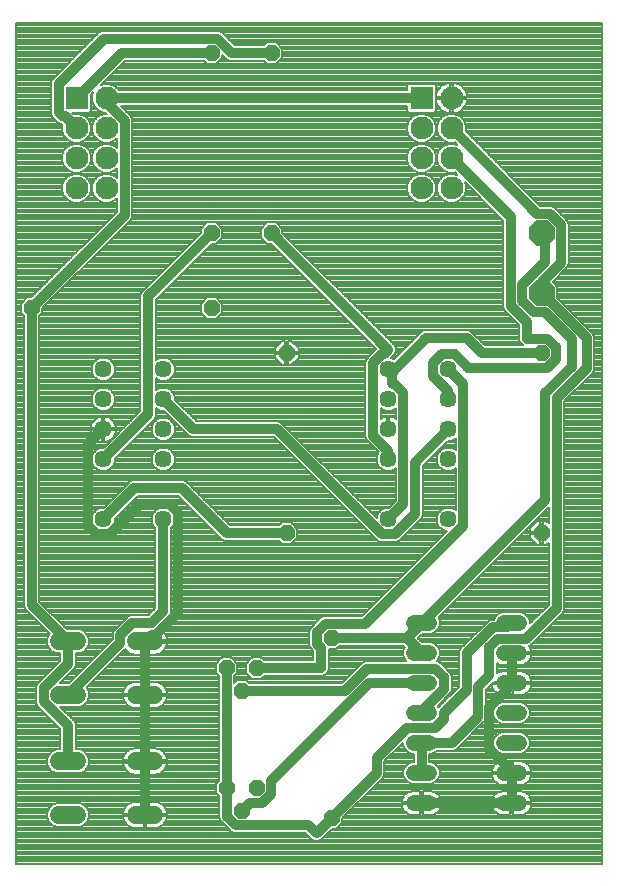
<source format=gbl>
G75*
%MOIN*%
%OFA0B0*%
%FSLAX25Y25*%
%IPPOS*%
%LPD*%
%AMOC8*
5,1,8,0,0,1.08239X$1,22.5*
%
%ADD10OC8,0.08500*%
%ADD11R,0.07600X0.07600*%
%ADD12C,0.07600*%
%ADD13C,0.05694*%
%ADD14OC8,0.05200*%
%ADD15C,0.06000*%
%ADD16C,0.05200*%
%ADD17C,0.03200*%
%ADD18C,0.00800*%
D10*
X0181400Y0196400D03*
X0181400Y0216400D03*
D11*
X0141400Y0261400D03*
X0026400Y0261400D03*
D12*
X0026400Y0251400D03*
X0026400Y0241400D03*
X0026400Y0231400D03*
X0036400Y0231400D03*
X0036400Y0241400D03*
X0036400Y0251400D03*
X0036400Y0261400D03*
X0141400Y0251400D03*
X0141400Y0241400D03*
X0141400Y0231400D03*
X0151400Y0231400D03*
X0151400Y0241400D03*
X0151400Y0251400D03*
X0151400Y0261400D03*
D13*
X0150317Y0171006D03*
X0150317Y0161006D03*
X0150317Y0151006D03*
X0150317Y0141006D03*
X0150317Y0121006D03*
X0130317Y0121006D03*
X0130317Y0141006D03*
X0130317Y0151006D03*
X0130317Y0161006D03*
X0130317Y0171006D03*
X0055317Y0171006D03*
X0055317Y0161006D03*
X0055317Y0151006D03*
X0055317Y0141006D03*
X0055317Y0121006D03*
X0035317Y0121006D03*
X0035317Y0141006D03*
X0035317Y0151006D03*
X0035317Y0161006D03*
X0035317Y0171006D03*
D14*
X0011400Y0191400D03*
X0071400Y0191400D03*
X0071400Y0216400D03*
X0091400Y0216400D03*
X0096400Y0176400D03*
X0096400Y0116400D03*
X0111400Y0081400D03*
X0086400Y0071400D03*
X0081400Y0063900D03*
X0076400Y0071400D03*
X0076400Y0031400D03*
X0081400Y0023900D03*
X0086400Y0031400D03*
X0111400Y0021400D03*
X0181400Y0116400D03*
X0181400Y0176400D03*
X0091400Y0276400D03*
X0071400Y0276400D03*
D15*
X0052200Y0080300D02*
X0046200Y0080300D01*
X0046200Y0062500D02*
X0052200Y0062500D01*
X0052200Y0040300D02*
X0046200Y0040300D01*
X0046200Y0022500D02*
X0052200Y0022500D01*
X0026600Y0022500D02*
X0020600Y0022500D01*
X0020600Y0040300D02*
X0026600Y0040300D01*
X0026600Y0062500D02*
X0020600Y0062500D01*
X0020600Y0080300D02*
X0026600Y0080300D01*
D16*
X0138800Y0076400D02*
X0144000Y0076400D01*
X0144000Y0086400D02*
X0138800Y0086400D01*
X0138800Y0066400D02*
X0144000Y0066400D01*
X0144000Y0056400D02*
X0138800Y0056400D01*
X0138800Y0046400D02*
X0144000Y0046400D01*
X0144000Y0036400D02*
X0138800Y0036400D01*
X0138800Y0026400D02*
X0144000Y0026400D01*
X0168800Y0026400D02*
X0174000Y0026400D01*
X0174000Y0036400D02*
X0168800Y0036400D01*
X0168800Y0046400D02*
X0174000Y0046400D01*
X0174000Y0056400D02*
X0168800Y0056400D01*
X0168800Y0066400D02*
X0174000Y0066400D01*
X0174000Y0076400D02*
X0168800Y0076400D01*
X0168800Y0086400D02*
X0174000Y0086400D01*
D17*
X0171400Y0086400D02*
X0170000Y0085000D01*
X0165238Y0085000D01*
X0156519Y0076281D01*
X0156400Y0076400D01*
X0156400Y0064000D01*
X0148800Y0056400D01*
X0148800Y0054412D01*
X0145988Y0051600D01*
X0136600Y0051600D01*
X0126400Y0041400D01*
X0126400Y0036400D01*
X0111400Y0021400D01*
X0106400Y0016400D01*
X0103700Y0019100D01*
X0079412Y0019100D01*
X0076600Y0021912D01*
X0076600Y0031200D01*
X0076400Y0031400D01*
X0076400Y0071400D01*
X0081400Y0063900D02*
X0116026Y0063900D01*
X0123326Y0071200D01*
X0145988Y0071200D01*
X0148800Y0068388D01*
X0148800Y0064412D01*
X0141400Y0057012D01*
X0141400Y0056400D01*
X0141400Y0066400D02*
X0123900Y0066400D01*
X0091200Y0033700D01*
X0091200Y0029412D01*
X0088388Y0026600D01*
X0084100Y0026600D01*
X0081400Y0023900D01*
X0049200Y0022500D02*
X0049200Y0040300D01*
X0049200Y0062500D01*
X0049200Y0080300D01*
X0051500Y0082600D01*
X0052974Y0082600D01*
X0060364Y0089990D01*
X0060364Y0123097D01*
X0057408Y0126053D01*
X0047502Y0126053D01*
X0037408Y0115959D01*
X0033227Y0115959D01*
X0030270Y0118916D01*
X0030270Y0145959D01*
X0035317Y0151006D01*
X0035317Y0141006D02*
X0050270Y0155959D01*
X0050270Y0195270D01*
X0071400Y0216400D01*
X0091400Y0216400D02*
X0130317Y0177483D01*
X0128888Y0176053D01*
X0128227Y0176053D01*
X0125270Y0173097D01*
X0125270Y0148916D01*
X0130317Y0143869D01*
X0130317Y0141006D01*
X0139164Y0139853D02*
X0139164Y0122716D01*
X0132408Y0115959D01*
X0128227Y0115959D01*
X0093180Y0151006D01*
X0065317Y0151006D01*
X0055317Y0161006D01*
X0061400Y0131400D02*
X0045711Y0131400D01*
X0035317Y0121006D01*
X0055317Y0121006D02*
X0055317Y0090317D01*
X0051400Y0086400D01*
X0044946Y0086400D01*
X0041000Y0082454D01*
X0041000Y0079900D01*
X0023600Y0062500D01*
X0015400Y0064654D02*
X0023600Y0072854D01*
X0023600Y0080300D01*
X0011400Y0092500D01*
X0011400Y0191400D01*
X0042400Y0222400D01*
X0042400Y0253885D01*
X0036400Y0259885D01*
X0036400Y0261400D01*
X0141400Y0261400D01*
X0151400Y0251400D02*
X0179950Y0222850D01*
X0184072Y0222850D01*
X0187850Y0219072D01*
X0187850Y0206598D01*
X0181400Y0200148D01*
X0181400Y0196400D01*
X0196400Y0181400D01*
X0196400Y0171400D01*
X0186400Y0161400D01*
X0186400Y0091400D01*
X0176200Y0081200D01*
X0166812Y0081200D01*
X0164000Y0078388D01*
X0164000Y0069000D01*
X0160200Y0065200D01*
X0160200Y0055200D01*
X0151400Y0046400D01*
X0141400Y0046400D01*
X0141400Y0036400D01*
X0141400Y0026400D02*
X0171400Y0026400D01*
X0171400Y0036400D01*
X0171400Y0037012D01*
X0164000Y0044412D01*
X0164000Y0058388D01*
X0171400Y0065788D01*
X0171400Y0066400D01*
X0171400Y0076400D01*
X0141400Y0076400D02*
X0136400Y0081400D01*
X0141400Y0086400D01*
X0182600Y0127600D01*
X0182600Y0162974D01*
X0191400Y0171774D01*
X0191400Y0181026D01*
X0182476Y0189950D01*
X0178728Y0189950D01*
X0174950Y0193728D01*
X0174950Y0199072D01*
X0182600Y0206722D01*
X0182600Y0215200D01*
X0181400Y0216400D01*
X0171150Y0221650D02*
X0171150Y0192154D01*
X0176400Y0186904D01*
X0176400Y0181400D01*
X0176600Y0181200D01*
X0183388Y0181200D01*
X0186200Y0178388D01*
X0186200Y0174412D01*
X0183388Y0171600D01*
X0156861Y0171600D01*
X0152408Y0176053D01*
X0148227Y0176053D01*
X0145270Y0173097D01*
X0145270Y0168916D01*
X0150317Y0163869D01*
X0150317Y0161006D01*
X0155364Y0165959D02*
X0150317Y0171006D01*
X0155364Y0165959D02*
X0155364Y0118916D01*
X0122648Y0086200D01*
X0109412Y0086200D01*
X0106600Y0083388D01*
X0106600Y0079412D01*
X0107848Y0078163D01*
X0107848Y0071400D01*
X0086400Y0071400D01*
X0111400Y0081400D02*
X0136400Y0081400D01*
X0130317Y0121006D02*
X0135364Y0126053D01*
X0135364Y0163097D01*
X0132408Y0166053D01*
X0131747Y0166053D01*
X0131400Y0166400D01*
X0131400Y0169924D01*
X0142876Y0181400D01*
X0156400Y0181400D01*
X0161400Y0176400D01*
X0181400Y0176400D01*
X0150317Y0151006D02*
X0139164Y0139853D01*
X0131400Y0169924D02*
X0130317Y0171006D01*
X0096400Y0116400D02*
X0076400Y0116400D01*
X0061400Y0131400D01*
X0015400Y0064654D02*
X0015400Y0060346D01*
X0023600Y0052146D01*
X0023600Y0040300D01*
X0171150Y0221650D02*
X0151400Y0241400D01*
X0091400Y0276400D02*
X0078188Y0276400D01*
X0073388Y0281200D01*
X0035489Y0281200D01*
X0020400Y0266111D01*
X0020400Y0256689D01*
X0021689Y0255400D01*
X0022400Y0255400D01*
X0026400Y0251400D01*
X0026400Y0261400D02*
X0041400Y0276400D01*
X0071400Y0276400D01*
D18*
X0006200Y0006200D02*
X0201600Y0006200D01*
X0201600Y0286600D01*
X0006200Y0286600D01*
X0006200Y0006200D01*
X0006200Y0006990D02*
X0201600Y0006990D01*
X0201600Y0007788D02*
X0006200Y0007788D01*
X0006200Y0008587D02*
X0201600Y0008587D01*
X0201600Y0009385D02*
X0006200Y0009385D01*
X0006200Y0010184D02*
X0201600Y0010184D01*
X0201600Y0010982D02*
X0006200Y0010982D01*
X0006200Y0011781D02*
X0201600Y0011781D01*
X0201600Y0012579D02*
X0006200Y0012579D01*
X0006200Y0013378D02*
X0201600Y0013378D01*
X0201600Y0014176D02*
X0107825Y0014176D01*
X0107873Y0014196D02*
X0111477Y0017800D01*
X0112891Y0017800D01*
X0115000Y0019909D01*
X0115000Y0021323D01*
X0128604Y0034927D01*
X0129000Y0035883D01*
X0129000Y0040323D01*
X0135200Y0046523D01*
X0135200Y0045684D01*
X0135748Y0044361D01*
X0136761Y0043348D01*
X0138084Y0042800D01*
X0138800Y0042800D01*
X0138800Y0040000D01*
X0138084Y0040000D01*
X0136761Y0039452D01*
X0135748Y0038439D01*
X0135200Y0037116D01*
X0135200Y0035684D01*
X0135748Y0034361D01*
X0136761Y0033348D01*
X0138084Y0032800D01*
X0144716Y0032800D01*
X0146039Y0033348D01*
X0147052Y0034361D01*
X0147600Y0035684D01*
X0147600Y0037116D01*
X0147052Y0038439D01*
X0146039Y0039452D01*
X0144716Y0040000D01*
X0144000Y0040000D01*
X0144000Y0042800D01*
X0144716Y0042800D01*
X0146039Y0043348D01*
X0146491Y0043800D01*
X0151917Y0043800D01*
X0152873Y0044196D01*
X0161673Y0052996D01*
X0162404Y0053727D01*
X0162800Y0054683D01*
X0162800Y0064123D01*
X0165477Y0066800D01*
X0171000Y0066800D01*
X0171000Y0070400D01*
X0168406Y0070400D01*
X0167633Y0070246D01*
X0166905Y0069945D01*
X0166600Y0069741D01*
X0166600Y0073059D01*
X0166905Y0072855D01*
X0167633Y0072554D01*
X0168406Y0072400D01*
X0171000Y0072400D01*
X0171000Y0076000D01*
X0171800Y0076000D01*
X0171800Y0076800D01*
X0177999Y0076800D01*
X0177846Y0077567D01*
X0177545Y0078295D01*
X0177206Y0078802D01*
X0177673Y0078996D01*
X0178404Y0079727D01*
X0188604Y0089927D01*
X0189000Y0090883D01*
X0189000Y0160323D01*
X0198604Y0169927D01*
X0199000Y0170883D01*
X0199000Y0181917D01*
X0198604Y0182873D01*
X0186650Y0194827D01*
X0186650Y0198575D01*
X0185077Y0200148D01*
X0189323Y0204393D01*
X0190054Y0205125D01*
X0190450Y0206080D01*
X0190450Y0219589D01*
X0190054Y0220544D01*
X0189323Y0221276D01*
X0186276Y0224323D01*
X0185544Y0225054D01*
X0184589Y0225450D01*
X0181027Y0225450D01*
X0156151Y0250326D01*
X0156200Y0250445D01*
X0156200Y0252355D01*
X0155469Y0254119D01*
X0154119Y0255469D01*
X0152355Y0256200D01*
X0150445Y0256200D01*
X0148681Y0255469D01*
X0147331Y0254119D01*
X0146600Y0252355D01*
X0146600Y0250445D01*
X0147331Y0248681D01*
X0148681Y0247331D01*
X0150445Y0246600D01*
X0152355Y0246600D01*
X0152474Y0246649D01*
X0153325Y0245798D01*
X0152355Y0246200D01*
X0150445Y0246200D01*
X0148681Y0245469D01*
X0147331Y0244119D01*
X0146600Y0242355D01*
X0146600Y0240445D01*
X0147331Y0238681D01*
X0148681Y0237331D01*
X0150445Y0236600D01*
X0152355Y0236600D01*
X0152474Y0236649D01*
X0153325Y0235798D01*
X0152355Y0236200D01*
X0150445Y0236200D01*
X0148681Y0235469D01*
X0147331Y0234119D01*
X0146600Y0232355D01*
X0146600Y0230445D01*
X0147331Y0228681D01*
X0148681Y0227331D01*
X0150445Y0226600D01*
X0152355Y0226600D01*
X0154119Y0227331D01*
X0155469Y0228681D01*
X0156200Y0230445D01*
X0156200Y0232355D01*
X0155798Y0233325D01*
X0168550Y0220573D01*
X0168550Y0191637D01*
X0168946Y0190682D01*
X0169677Y0189950D01*
X0173800Y0185827D01*
X0173800Y0180883D01*
X0174196Y0179927D01*
X0174396Y0179727D01*
X0175123Y0179000D01*
X0162477Y0179000D01*
X0158604Y0182873D01*
X0157873Y0183604D01*
X0156917Y0184000D01*
X0142359Y0184000D01*
X0141404Y0183604D01*
X0140672Y0182873D01*
X0132193Y0174393D01*
X0131282Y0174771D01*
X0132521Y0176010D01*
X0132917Y0176965D01*
X0132917Y0178000D01*
X0132521Y0178955D01*
X0131790Y0179687D01*
X0095000Y0216477D01*
X0095000Y0217891D01*
X0092891Y0220000D01*
X0089909Y0220000D01*
X0087800Y0217891D01*
X0087800Y0214909D01*
X0089909Y0212800D01*
X0091323Y0212800D01*
X0126310Y0177813D01*
X0126023Y0177526D01*
X0123798Y0175301D01*
X0123066Y0174570D01*
X0122670Y0173614D01*
X0122670Y0148399D01*
X0123066Y0147443D01*
X0123798Y0146712D01*
X0127190Y0143319D01*
X0127056Y0143185D01*
X0126470Y0141772D01*
X0126470Y0140241D01*
X0127056Y0138827D01*
X0128138Y0137745D01*
X0129552Y0137159D01*
X0131083Y0137159D01*
X0132496Y0137745D01*
X0132764Y0138013D01*
X0132764Y0127130D01*
X0130487Y0124853D01*
X0129552Y0124853D01*
X0128138Y0124268D01*
X0127056Y0123185D01*
X0126470Y0121772D01*
X0126470Y0121393D01*
X0094653Y0153210D01*
X0093697Y0153606D01*
X0066394Y0153606D01*
X0059164Y0160836D01*
X0059164Y0161772D01*
X0058579Y0163185D01*
X0057496Y0164268D01*
X0056083Y0164853D01*
X0054552Y0164853D01*
X0053138Y0164268D01*
X0052870Y0164000D01*
X0052870Y0168013D01*
X0053138Y0167745D01*
X0054552Y0167159D01*
X0056083Y0167159D01*
X0057496Y0167745D01*
X0058579Y0168827D01*
X0059164Y0170241D01*
X0059164Y0171772D01*
X0058579Y0173185D01*
X0057496Y0174268D01*
X0056083Y0174853D01*
X0054552Y0174853D01*
X0053138Y0174268D01*
X0052870Y0174000D01*
X0052870Y0194193D01*
X0071477Y0212800D01*
X0072891Y0212800D01*
X0075000Y0214909D01*
X0075000Y0217891D01*
X0072891Y0220000D01*
X0069909Y0220000D01*
X0067800Y0217891D01*
X0067800Y0216477D01*
X0048798Y0197475D01*
X0048066Y0196743D01*
X0047670Y0195788D01*
X0047670Y0157036D01*
X0035487Y0144853D01*
X0034552Y0144853D01*
X0033138Y0144268D01*
X0032056Y0143185D01*
X0031470Y0141772D01*
X0031470Y0140241D01*
X0032056Y0138827D01*
X0033138Y0137745D01*
X0034552Y0137159D01*
X0036083Y0137159D01*
X0037496Y0137745D01*
X0038579Y0138827D01*
X0039164Y0140241D01*
X0039164Y0141176D01*
X0051743Y0153755D01*
X0051743Y0153755D01*
X0052475Y0154487D01*
X0052870Y0155442D01*
X0052870Y0158013D01*
X0053138Y0157745D01*
X0054552Y0157159D01*
X0055487Y0157159D01*
X0063113Y0149534D01*
X0063845Y0148802D01*
X0064800Y0148406D01*
X0092103Y0148406D01*
X0126754Y0113755D01*
X0127710Y0113359D01*
X0132925Y0113359D01*
X0133881Y0113755D01*
X0134612Y0114487D01*
X0141368Y0121243D01*
X0141764Y0122199D01*
X0141764Y0138776D01*
X0150147Y0147159D01*
X0151083Y0147159D01*
X0152496Y0147745D01*
X0152764Y0148013D01*
X0152764Y0144000D01*
X0152496Y0144268D01*
X0151083Y0144853D01*
X0149552Y0144853D01*
X0148138Y0144268D01*
X0147056Y0143185D01*
X0146470Y0141772D01*
X0146470Y0140241D01*
X0147056Y0138827D01*
X0148138Y0137745D01*
X0149552Y0137159D01*
X0151083Y0137159D01*
X0152496Y0137745D01*
X0152764Y0138013D01*
X0152764Y0124000D01*
X0152496Y0124268D01*
X0151083Y0124853D01*
X0149552Y0124853D01*
X0148138Y0124268D01*
X0147056Y0123185D01*
X0146470Y0121772D01*
X0146470Y0120241D01*
X0147056Y0118827D01*
X0148138Y0117745D01*
X0149552Y0117159D01*
X0149931Y0117159D01*
X0121572Y0088800D01*
X0108895Y0088800D01*
X0107939Y0088404D01*
X0107208Y0087673D01*
X0107208Y0087673D01*
X0104396Y0084861D01*
X0104000Y0083905D01*
X0104000Y0078895D01*
X0104396Y0077939D01*
X0105248Y0077086D01*
X0105248Y0074000D01*
X0088891Y0074000D01*
X0087891Y0075000D01*
X0084909Y0075000D01*
X0082800Y0072891D01*
X0082800Y0069909D01*
X0084909Y0067800D01*
X0087891Y0067800D01*
X0088891Y0068800D01*
X0108366Y0068800D01*
X0109321Y0069196D01*
X0110053Y0069927D01*
X0110448Y0070883D01*
X0110448Y0077800D01*
X0112891Y0077800D01*
X0113891Y0078800D01*
X0135323Y0078800D01*
X0135729Y0078394D01*
X0135200Y0077116D01*
X0135200Y0075684D01*
X0135748Y0074361D01*
X0136309Y0073800D01*
X0122809Y0073800D01*
X0121853Y0073404D01*
X0114949Y0066500D01*
X0083891Y0066500D01*
X0082891Y0067500D01*
X0079909Y0067500D01*
X0079000Y0066591D01*
X0079000Y0068909D01*
X0080000Y0069909D01*
X0080000Y0072891D01*
X0077891Y0075000D01*
X0074909Y0075000D01*
X0072800Y0072891D01*
X0072800Y0069909D01*
X0073800Y0068909D01*
X0073800Y0033891D01*
X0072800Y0032891D01*
X0072800Y0029909D01*
X0074000Y0028709D01*
X0074000Y0021395D01*
X0074396Y0020439D01*
X0075127Y0019708D01*
X0077208Y0017627D01*
X0077939Y0016896D01*
X0078895Y0016500D01*
X0102623Y0016500D01*
X0104196Y0014927D01*
X0104927Y0014196D01*
X0105883Y0013800D01*
X0106917Y0013800D01*
X0107873Y0014196D01*
X0108652Y0014975D02*
X0201600Y0014975D01*
X0201600Y0015773D02*
X0109450Y0015773D01*
X0110249Y0016572D02*
X0201600Y0016572D01*
X0201600Y0017370D02*
X0111047Y0017370D01*
X0113260Y0018169D02*
X0201600Y0018169D01*
X0201600Y0018967D02*
X0114058Y0018967D01*
X0114857Y0019766D02*
X0201600Y0019766D01*
X0201600Y0020564D02*
X0115000Y0020564D01*
X0115040Y0021363D02*
X0201600Y0021363D01*
X0201600Y0022161D02*
X0115838Y0022161D01*
X0116637Y0022960D02*
X0136749Y0022960D01*
X0136905Y0022855D02*
X0137633Y0022554D01*
X0138406Y0022400D01*
X0141000Y0022400D01*
X0141000Y0026000D01*
X0141800Y0026000D01*
X0141800Y0026800D01*
X0141000Y0026800D01*
X0141000Y0030400D01*
X0138406Y0030400D01*
X0137633Y0030246D01*
X0136905Y0029945D01*
X0136250Y0029507D01*
X0135693Y0028950D01*
X0135255Y0028295D01*
X0134954Y0027567D01*
X0134801Y0026800D01*
X0141000Y0026800D01*
X0141000Y0026000D01*
X0134801Y0026000D01*
X0134954Y0025233D01*
X0135255Y0024505D01*
X0135693Y0023850D01*
X0136250Y0023293D01*
X0136905Y0022855D01*
X0135785Y0023758D02*
X0117435Y0023758D01*
X0118234Y0024557D02*
X0135234Y0024557D01*
X0134929Y0025355D02*
X0119032Y0025355D01*
X0119831Y0026154D02*
X0141000Y0026154D01*
X0141000Y0026952D02*
X0141800Y0026952D01*
X0141800Y0026800D02*
X0141800Y0030400D01*
X0144394Y0030400D01*
X0145167Y0030246D01*
X0145895Y0029945D01*
X0146550Y0029507D01*
X0147107Y0028950D01*
X0147545Y0028295D01*
X0147846Y0027567D01*
X0147999Y0026800D01*
X0141800Y0026800D01*
X0141800Y0026154D02*
X0171000Y0026154D01*
X0171000Y0026000D02*
X0164801Y0026000D01*
X0164954Y0025233D01*
X0165255Y0024505D01*
X0165693Y0023850D01*
X0166250Y0023293D01*
X0166905Y0022855D01*
X0167633Y0022554D01*
X0168406Y0022400D01*
X0171000Y0022400D01*
X0171000Y0026000D01*
X0171800Y0026000D01*
X0171800Y0026800D01*
X0171000Y0026800D01*
X0171000Y0030400D01*
X0168406Y0030400D01*
X0167633Y0030246D01*
X0166905Y0029945D01*
X0166250Y0029507D01*
X0165693Y0028950D01*
X0165255Y0028295D01*
X0164954Y0027567D01*
X0164801Y0026800D01*
X0171000Y0026800D01*
X0171000Y0026000D01*
X0171000Y0025355D02*
X0171800Y0025355D01*
X0171800Y0026000D02*
X0171800Y0022400D01*
X0174394Y0022400D01*
X0175167Y0022554D01*
X0175895Y0022855D01*
X0176550Y0023293D01*
X0177107Y0023850D01*
X0177545Y0024505D01*
X0177846Y0025233D01*
X0177999Y0026000D01*
X0171800Y0026000D01*
X0171800Y0026154D02*
X0201600Y0026154D01*
X0201600Y0026952D02*
X0177968Y0026952D01*
X0177999Y0026800D02*
X0177846Y0027567D01*
X0177545Y0028295D01*
X0177107Y0028950D01*
X0176550Y0029507D01*
X0175895Y0029945D01*
X0175167Y0030246D01*
X0174394Y0030400D01*
X0171800Y0030400D01*
X0171800Y0026800D01*
X0177999Y0026800D01*
X0177770Y0027751D02*
X0201600Y0027751D01*
X0201600Y0028549D02*
X0177375Y0028549D01*
X0176709Y0029348D02*
X0201600Y0029348D01*
X0201600Y0030146D02*
X0175408Y0030146D01*
X0175108Y0032542D02*
X0201600Y0032542D01*
X0201600Y0033340D02*
X0176597Y0033340D01*
X0176550Y0033293D02*
X0177107Y0033850D01*
X0177545Y0034505D01*
X0177846Y0035233D01*
X0177999Y0036000D01*
X0171800Y0036000D01*
X0171800Y0036800D01*
X0171000Y0036800D01*
X0171000Y0040400D01*
X0168406Y0040400D01*
X0167633Y0040246D01*
X0166905Y0039945D01*
X0166250Y0039507D01*
X0165693Y0038950D01*
X0165255Y0038295D01*
X0164954Y0037567D01*
X0164801Y0036800D01*
X0171000Y0036800D01*
X0171000Y0036000D01*
X0171800Y0036000D01*
X0171800Y0032400D01*
X0174394Y0032400D01*
X0175167Y0032554D01*
X0175895Y0032855D01*
X0176550Y0033293D01*
X0177300Y0034139D02*
X0201600Y0034139D01*
X0201600Y0034937D02*
X0177724Y0034937D01*
X0177946Y0035736D02*
X0201600Y0035736D01*
X0201600Y0036534D02*
X0171800Y0036534D01*
X0171800Y0036800D02*
X0177999Y0036800D01*
X0177846Y0037567D01*
X0177545Y0038295D01*
X0177107Y0038950D01*
X0176550Y0039507D01*
X0175895Y0039945D01*
X0175167Y0040246D01*
X0174394Y0040400D01*
X0171800Y0040400D01*
X0171800Y0036800D01*
X0171800Y0037333D02*
X0171000Y0037333D01*
X0171000Y0036534D02*
X0147600Y0036534D01*
X0147600Y0035736D02*
X0164854Y0035736D01*
X0164801Y0036000D02*
X0164954Y0035233D01*
X0165255Y0034505D01*
X0165693Y0033850D01*
X0166250Y0033293D01*
X0166905Y0032855D01*
X0167633Y0032554D01*
X0168406Y0032400D01*
X0171000Y0032400D01*
X0171000Y0036000D01*
X0164801Y0036000D01*
X0165076Y0034937D02*
X0147291Y0034937D01*
X0146830Y0034139D02*
X0165500Y0034139D01*
X0166203Y0033340D02*
X0146021Y0033340D01*
X0145408Y0030146D02*
X0167392Y0030146D01*
X0166091Y0029348D02*
X0146709Y0029348D01*
X0147375Y0028549D02*
X0165425Y0028549D01*
X0165030Y0027751D02*
X0147770Y0027751D01*
X0147968Y0026952D02*
X0164832Y0026952D01*
X0164929Y0025355D02*
X0147871Y0025355D01*
X0147846Y0025233D02*
X0147545Y0024505D01*
X0147107Y0023850D01*
X0146550Y0023293D01*
X0145895Y0022855D01*
X0145167Y0022554D01*
X0144394Y0022400D01*
X0141800Y0022400D01*
X0141800Y0026000D01*
X0147999Y0026000D01*
X0147846Y0025233D01*
X0147566Y0024557D02*
X0165234Y0024557D01*
X0165785Y0023758D02*
X0147015Y0023758D01*
X0146051Y0022960D02*
X0166749Y0022960D01*
X0171000Y0022960D02*
X0171800Y0022960D01*
X0171800Y0023758D02*
X0171000Y0023758D01*
X0171000Y0024557D02*
X0171800Y0024557D01*
X0171800Y0026952D02*
X0171000Y0026952D01*
X0171000Y0027751D02*
X0171800Y0027751D01*
X0171800Y0028549D02*
X0171000Y0028549D01*
X0171000Y0029348D02*
X0171800Y0029348D01*
X0171800Y0030146D02*
X0171000Y0030146D01*
X0171000Y0032542D02*
X0171800Y0032542D01*
X0171800Y0033340D02*
X0171000Y0033340D01*
X0171000Y0034139D02*
X0171800Y0034139D01*
X0171800Y0034937D02*
X0171000Y0034937D01*
X0171000Y0035736D02*
X0171800Y0035736D01*
X0171800Y0038132D02*
X0171000Y0038132D01*
X0171000Y0038930D02*
X0171800Y0038930D01*
X0171800Y0039729D02*
X0171000Y0039729D01*
X0168084Y0042800D02*
X0174716Y0042800D01*
X0176039Y0043348D01*
X0177052Y0044361D01*
X0177600Y0045684D01*
X0177600Y0047116D01*
X0177052Y0048439D01*
X0176039Y0049452D01*
X0174716Y0050000D01*
X0168084Y0050000D01*
X0166761Y0049452D01*
X0165748Y0048439D01*
X0165200Y0047116D01*
X0165200Y0045684D01*
X0165748Y0044361D01*
X0166761Y0043348D01*
X0168084Y0042800D01*
X0167788Y0042923D02*
X0145012Y0042923D01*
X0144000Y0042124D02*
X0201600Y0042124D01*
X0201600Y0041326D02*
X0144000Y0041326D01*
X0144000Y0040527D02*
X0201600Y0040527D01*
X0201600Y0039729D02*
X0176218Y0039729D01*
X0177120Y0038930D02*
X0201600Y0038930D01*
X0201600Y0038132D02*
X0177612Y0038132D01*
X0177893Y0037333D02*
X0201600Y0037333D01*
X0201600Y0031743D02*
X0125420Y0031743D01*
X0124622Y0030945D02*
X0201600Y0030945D01*
X0201600Y0025355D02*
X0177871Y0025355D01*
X0177566Y0024557D02*
X0201600Y0024557D01*
X0201600Y0023758D02*
X0177015Y0023758D01*
X0176051Y0022960D02*
X0201600Y0022960D01*
X0201600Y0042923D02*
X0175012Y0042923D01*
X0176412Y0043721D02*
X0201600Y0043721D01*
X0201600Y0044520D02*
X0177118Y0044520D01*
X0177448Y0045318D02*
X0201600Y0045318D01*
X0201600Y0046117D02*
X0177600Y0046117D01*
X0177600Y0046915D02*
X0201600Y0046915D01*
X0201600Y0047714D02*
X0177352Y0047714D01*
X0176979Y0048512D02*
X0201600Y0048512D01*
X0201600Y0049311D02*
X0176180Y0049311D01*
X0174716Y0052800D02*
X0176039Y0053348D01*
X0177052Y0054361D01*
X0177600Y0055684D01*
X0177600Y0057116D01*
X0177052Y0058439D01*
X0176039Y0059452D01*
X0174716Y0060000D01*
X0168084Y0060000D01*
X0166761Y0059452D01*
X0165748Y0058439D01*
X0165200Y0057116D01*
X0165200Y0055684D01*
X0165748Y0054361D01*
X0166761Y0053348D01*
X0168084Y0052800D01*
X0174716Y0052800D01*
X0175931Y0053303D02*
X0201600Y0053303D01*
X0201600Y0052505D02*
X0161182Y0052505D01*
X0161980Y0053303D02*
X0166869Y0053303D01*
X0166007Y0054102D02*
X0162559Y0054102D01*
X0162800Y0054900D02*
X0165525Y0054900D01*
X0165200Y0055699D02*
X0162800Y0055699D01*
X0162800Y0056497D02*
X0165200Y0056497D01*
X0165274Y0057296D02*
X0162800Y0057296D01*
X0162800Y0058094D02*
X0165605Y0058094D01*
X0166202Y0058893D02*
X0162800Y0058893D01*
X0162800Y0059691D02*
X0167339Y0059691D01*
X0167633Y0062554D02*
X0168406Y0062400D01*
X0171000Y0062400D01*
X0171000Y0066000D01*
X0171800Y0066000D01*
X0171800Y0066800D01*
X0171000Y0066800D01*
X0171000Y0066000D01*
X0164801Y0066000D01*
X0164954Y0065233D01*
X0165255Y0064505D01*
X0165693Y0063850D01*
X0166250Y0063293D01*
X0166905Y0062855D01*
X0167633Y0062554D01*
X0166860Y0062885D02*
X0162800Y0062885D01*
X0162800Y0062087D02*
X0201600Y0062087D01*
X0201600Y0062885D02*
X0175940Y0062885D01*
X0175895Y0062855D02*
X0176550Y0063293D01*
X0177107Y0063850D01*
X0177545Y0064505D01*
X0177846Y0065233D01*
X0177999Y0066000D01*
X0171800Y0066000D01*
X0171800Y0062400D01*
X0174394Y0062400D01*
X0175167Y0062554D01*
X0175895Y0062855D01*
X0176941Y0063684D02*
X0201600Y0063684D01*
X0201600Y0064482D02*
X0177529Y0064482D01*
X0177856Y0065281D02*
X0201600Y0065281D01*
X0201600Y0066079D02*
X0171800Y0066079D01*
X0171800Y0066800D02*
X0177999Y0066800D01*
X0177846Y0067567D01*
X0177545Y0068295D01*
X0177107Y0068950D01*
X0176550Y0069507D01*
X0175895Y0069945D01*
X0175167Y0070246D01*
X0174394Y0070400D01*
X0171800Y0070400D01*
X0171800Y0066800D01*
X0171800Y0066878D02*
X0171000Y0066878D01*
X0171000Y0067676D02*
X0171800Y0067676D01*
X0171800Y0068475D02*
X0171000Y0068475D01*
X0171000Y0069273D02*
X0171800Y0069273D01*
X0171800Y0070072D02*
X0171000Y0070072D01*
X0171000Y0072468D02*
X0171800Y0072468D01*
X0171800Y0072400D02*
X0174394Y0072400D01*
X0175167Y0072554D01*
X0175895Y0072855D01*
X0176550Y0073293D01*
X0177107Y0073850D01*
X0177545Y0074505D01*
X0177846Y0075233D01*
X0177999Y0076000D01*
X0171800Y0076000D01*
X0171800Y0072400D01*
X0171800Y0073266D02*
X0171000Y0073266D01*
X0171000Y0074065D02*
X0171800Y0074065D01*
X0171800Y0074863D02*
X0171000Y0074863D01*
X0171000Y0075662D02*
X0171800Y0075662D01*
X0171800Y0076460D02*
X0201600Y0076460D01*
X0201600Y0075662D02*
X0177931Y0075662D01*
X0177693Y0074863D02*
X0201600Y0074863D01*
X0201600Y0074065D02*
X0177250Y0074065D01*
X0176509Y0073266D02*
X0201600Y0073266D01*
X0201600Y0072468D02*
X0174733Y0072468D01*
X0175588Y0070072D02*
X0201600Y0070072D01*
X0201600Y0070870D02*
X0166600Y0070870D01*
X0166600Y0070072D02*
X0167212Y0070072D01*
X0166600Y0071669D02*
X0201600Y0071669D01*
X0201600Y0069273D02*
X0176783Y0069273D01*
X0177424Y0068475D02*
X0201600Y0068475D01*
X0201600Y0067676D02*
X0177801Y0067676D01*
X0177983Y0066878D02*
X0201600Y0066878D01*
X0201600Y0061288D02*
X0162800Y0061288D01*
X0162800Y0060490D02*
X0201600Y0060490D01*
X0201600Y0059691D02*
X0175461Y0059691D01*
X0176598Y0058893D02*
X0201600Y0058893D01*
X0201600Y0058094D02*
X0177195Y0058094D01*
X0177526Y0057296D02*
X0201600Y0057296D01*
X0201600Y0056497D02*
X0177600Y0056497D01*
X0177600Y0055699D02*
X0201600Y0055699D01*
X0201600Y0054900D02*
X0177275Y0054900D01*
X0176793Y0054102D02*
X0201600Y0054102D01*
X0201600Y0051706D02*
X0160383Y0051706D01*
X0159585Y0050908D02*
X0201600Y0050908D01*
X0201600Y0050109D02*
X0158786Y0050109D01*
X0157988Y0049311D02*
X0166620Y0049311D01*
X0165821Y0048512D02*
X0157189Y0048512D01*
X0156391Y0047714D02*
X0165448Y0047714D01*
X0165200Y0046915D02*
X0155592Y0046915D01*
X0154794Y0046117D02*
X0165200Y0046117D01*
X0165352Y0045318D02*
X0153995Y0045318D01*
X0153197Y0044520D02*
X0165682Y0044520D01*
X0166388Y0043721D02*
X0146412Y0043721D01*
X0145371Y0039729D02*
X0166582Y0039729D01*
X0165680Y0038930D02*
X0146561Y0038930D01*
X0147179Y0038132D02*
X0165188Y0038132D01*
X0164907Y0037333D02*
X0147510Y0037333D01*
X0141800Y0030146D02*
X0141000Y0030146D01*
X0141000Y0029348D02*
X0141800Y0029348D01*
X0141800Y0028549D02*
X0141000Y0028549D01*
X0141000Y0027751D02*
X0141800Y0027751D01*
X0141800Y0025355D02*
X0141000Y0025355D01*
X0141000Y0024557D02*
X0141800Y0024557D01*
X0141800Y0023758D02*
X0141000Y0023758D01*
X0141000Y0022960D02*
X0141800Y0022960D01*
X0137392Y0030146D02*
X0123823Y0030146D01*
X0123025Y0029348D02*
X0136091Y0029348D01*
X0135425Y0028549D02*
X0122226Y0028549D01*
X0121428Y0027751D02*
X0135030Y0027751D01*
X0134832Y0026952D02*
X0120629Y0026952D01*
X0126219Y0032542D02*
X0167692Y0032542D01*
X0147616Y0058893D02*
X0146958Y0058893D01*
X0146778Y0058713D02*
X0151004Y0062939D01*
X0151400Y0063895D01*
X0151400Y0068905D01*
X0151004Y0069861D01*
X0148192Y0072673D01*
X0147461Y0073404D01*
X0146505Y0073800D01*
X0146491Y0073800D01*
X0147052Y0074361D01*
X0147600Y0075684D01*
X0147600Y0077116D01*
X0147052Y0078439D01*
X0146039Y0079452D01*
X0144716Y0080000D01*
X0141477Y0080000D01*
X0140077Y0081400D01*
X0141477Y0082800D01*
X0144716Y0082800D01*
X0146039Y0083348D01*
X0147052Y0084361D01*
X0147600Y0085684D01*
X0147600Y0087116D01*
X0147071Y0088394D01*
X0183800Y0125123D01*
X0183800Y0119657D01*
X0183057Y0120400D01*
X0181800Y0120400D01*
X0181800Y0116800D01*
X0181000Y0116800D01*
X0181000Y0120400D01*
X0179743Y0120400D01*
X0177400Y0118057D01*
X0177400Y0116800D01*
X0181000Y0116800D01*
X0181000Y0116000D01*
X0181800Y0116000D01*
X0181800Y0112400D01*
X0183057Y0112400D01*
X0183800Y0113143D01*
X0183800Y0092477D01*
X0177600Y0086277D01*
X0177600Y0087116D01*
X0177052Y0088439D01*
X0176039Y0089452D01*
X0174716Y0090000D01*
X0168084Y0090000D01*
X0166761Y0089452D01*
X0165748Y0088439D01*
X0165400Y0087600D01*
X0164721Y0087600D01*
X0163765Y0087204D01*
X0155333Y0078772D01*
X0154927Y0078604D01*
X0154196Y0077873D01*
X0153800Y0076917D01*
X0153800Y0065077D01*
X0147327Y0058604D01*
X0147084Y0058361D01*
X0147052Y0058439D01*
X0146778Y0058713D01*
X0147327Y0058604D02*
X0147327Y0058604D01*
X0147757Y0059691D02*
X0148414Y0059691D01*
X0148555Y0060490D02*
X0149213Y0060490D01*
X0149354Y0061288D02*
X0150011Y0061288D01*
X0150152Y0062087D02*
X0150810Y0062087D01*
X0150951Y0062885D02*
X0151608Y0062885D01*
X0151313Y0063684D02*
X0152407Y0063684D01*
X0153205Y0064482D02*
X0151400Y0064482D01*
X0151400Y0065281D02*
X0153800Y0065281D01*
X0153800Y0066079D02*
X0151400Y0066079D01*
X0151400Y0066878D02*
X0153800Y0066878D01*
X0153800Y0067676D02*
X0151400Y0067676D01*
X0151400Y0068475D02*
X0153800Y0068475D01*
X0153800Y0069273D02*
X0151248Y0069273D01*
X0150793Y0070072D02*
X0153800Y0070072D01*
X0153800Y0070870D02*
X0149995Y0070870D01*
X0149196Y0071669D02*
X0153800Y0071669D01*
X0153800Y0072468D02*
X0148398Y0072468D01*
X0147599Y0073266D02*
X0153800Y0073266D01*
X0153800Y0074065D02*
X0146756Y0074065D01*
X0147260Y0074863D02*
X0153800Y0074863D01*
X0153800Y0075662D02*
X0147591Y0075662D01*
X0147600Y0076460D02*
X0153800Y0076460D01*
X0153941Y0077259D02*
X0147541Y0077259D01*
X0147210Y0078057D02*
X0154380Y0078057D01*
X0155416Y0078856D02*
X0146636Y0078856D01*
X0145551Y0079654D02*
X0156215Y0079654D01*
X0157013Y0080453D02*
X0141024Y0080453D01*
X0140226Y0081251D02*
X0157812Y0081251D01*
X0158610Y0082050D02*
X0140727Y0082050D01*
X0144832Y0082848D02*
X0159409Y0082848D01*
X0160207Y0083647D02*
X0146338Y0083647D01*
X0147087Y0084445D02*
X0161006Y0084445D01*
X0161804Y0085244D02*
X0147418Y0085244D01*
X0147600Y0086042D02*
X0162603Y0086042D01*
X0163402Y0086841D02*
X0147600Y0086841D01*
X0147383Y0087639D02*
X0165417Y0087639D01*
X0165747Y0088438D02*
X0147115Y0088438D01*
X0147913Y0089236D02*
X0166545Y0089236D01*
X0176255Y0089236D02*
X0180559Y0089236D01*
X0179761Y0088438D02*
X0177053Y0088438D01*
X0177383Y0087639D02*
X0178962Y0087639D01*
X0178164Y0086841D02*
X0177600Y0086841D01*
X0181358Y0090035D02*
X0148712Y0090035D01*
X0149510Y0090833D02*
X0182156Y0090833D01*
X0182955Y0091632D02*
X0150309Y0091632D01*
X0151107Y0092430D02*
X0183753Y0092430D01*
X0183800Y0093229D02*
X0151906Y0093229D01*
X0152704Y0094027D02*
X0183800Y0094027D01*
X0183800Y0094826D02*
X0153503Y0094826D01*
X0154301Y0095624D02*
X0183800Y0095624D01*
X0183800Y0096423D02*
X0155100Y0096423D01*
X0155898Y0097221D02*
X0183800Y0097221D01*
X0183800Y0098020D02*
X0156697Y0098020D01*
X0157495Y0098818D02*
X0183800Y0098818D01*
X0183800Y0099617D02*
X0158294Y0099617D01*
X0159092Y0100415D02*
X0183800Y0100415D01*
X0183800Y0101214D02*
X0159891Y0101214D01*
X0160689Y0102012D02*
X0183800Y0102012D01*
X0183800Y0102811D02*
X0161488Y0102811D01*
X0162286Y0103609D02*
X0183800Y0103609D01*
X0183800Y0104408D02*
X0163085Y0104408D01*
X0163883Y0105206D02*
X0183800Y0105206D01*
X0183800Y0106005D02*
X0164682Y0106005D01*
X0165480Y0106803D02*
X0183800Y0106803D01*
X0183800Y0107602D02*
X0166279Y0107602D01*
X0167077Y0108401D02*
X0183800Y0108401D01*
X0183800Y0109199D02*
X0167876Y0109199D01*
X0168674Y0109998D02*
X0183800Y0109998D01*
X0183800Y0110796D02*
X0169473Y0110796D01*
X0170271Y0111595D02*
X0183800Y0111595D01*
X0183800Y0112393D02*
X0171070Y0112393D01*
X0171869Y0113192D02*
X0178952Y0113192D01*
X0179743Y0112400D02*
X0181000Y0112400D01*
X0181000Y0116000D01*
X0177400Y0116000D01*
X0177400Y0114743D01*
X0179743Y0112400D01*
X0181000Y0113192D02*
X0181800Y0113192D01*
X0181800Y0113990D02*
X0181000Y0113990D01*
X0181000Y0114789D02*
X0181800Y0114789D01*
X0181800Y0115587D02*
X0181000Y0115587D01*
X0181000Y0116386D02*
X0175063Y0116386D01*
X0175861Y0117184D02*
X0177400Y0117184D01*
X0177400Y0117983D02*
X0176660Y0117983D01*
X0177458Y0118781D02*
X0178124Y0118781D01*
X0178257Y0119580D02*
X0178923Y0119580D01*
X0179055Y0120378D02*
X0179721Y0120378D01*
X0179854Y0121177D02*
X0183800Y0121177D01*
X0183800Y0121975D02*
X0180652Y0121975D01*
X0181451Y0122774D02*
X0183800Y0122774D01*
X0183800Y0123572D02*
X0182249Y0123572D01*
X0183048Y0124371D02*
X0183800Y0124371D01*
X0183800Y0120378D02*
X0183079Y0120378D01*
X0181800Y0120378D02*
X0181000Y0120378D01*
X0181000Y0119580D02*
X0181800Y0119580D01*
X0181800Y0118781D02*
X0181000Y0118781D01*
X0181000Y0117983D02*
X0181800Y0117983D01*
X0181800Y0117184D02*
X0181000Y0117184D01*
X0177400Y0115587D02*
X0174264Y0115587D01*
X0173466Y0114789D02*
X0177400Y0114789D01*
X0178153Y0113990D02*
X0172667Y0113990D01*
X0189000Y0113990D02*
X0201600Y0113990D01*
X0201600Y0113192D02*
X0189000Y0113192D01*
X0189000Y0112393D02*
X0201600Y0112393D01*
X0201600Y0111595D02*
X0189000Y0111595D01*
X0189000Y0110796D02*
X0201600Y0110796D01*
X0201600Y0109998D02*
X0189000Y0109998D01*
X0189000Y0109199D02*
X0201600Y0109199D01*
X0201600Y0108401D02*
X0189000Y0108401D01*
X0189000Y0107602D02*
X0201600Y0107602D01*
X0201600Y0106803D02*
X0189000Y0106803D01*
X0189000Y0106005D02*
X0201600Y0106005D01*
X0201600Y0105206D02*
X0189000Y0105206D01*
X0189000Y0104408D02*
X0201600Y0104408D01*
X0201600Y0103609D02*
X0189000Y0103609D01*
X0189000Y0102811D02*
X0201600Y0102811D01*
X0201600Y0102012D02*
X0189000Y0102012D01*
X0189000Y0101214D02*
X0201600Y0101214D01*
X0201600Y0100415D02*
X0189000Y0100415D01*
X0189000Y0099617D02*
X0201600Y0099617D01*
X0201600Y0098818D02*
X0189000Y0098818D01*
X0189000Y0098020D02*
X0201600Y0098020D01*
X0201600Y0097221D02*
X0189000Y0097221D01*
X0189000Y0096423D02*
X0201600Y0096423D01*
X0201600Y0095624D02*
X0189000Y0095624D01*
X0189000Y0094826D02*
X0201600Y0094826D01*
X0201600Y0094027D02*
X0189000Y0094027D01*
X0189000Y0093229D02*
X0201600Y0093229D01*
X0201600Y0092430D02*
X0189000Y0092430D01*
X0189000Y0091632D02*
X0201600Y0091632D01*
X0201600Y0090833D02*
X0188979Y0090833D01*
X0188649Y0090035D02*
X0201600Y0090035D01*
X0201600Y0089236D02*
X0187913Y0089236D01*
X0187115Y0088438D02*
X0201600Y0088438D01*
X0201600Y0087639D02*
X0186316Y0087639D01*
X0185518Y0086841D02*
X0201600Y0086841D01*
X0201600Y0086042D02*
X0184719Y0086042D01*
X0183921Y0085244D02*
X0201600Y0085244D01*
X0201600Y0084445D02*
X0183122Y0084445D01*
X0182324Y0083647D02*
X0201600Y0083647D01*
X0201600Y0082848D02*
X0181525Y0082848D01*
X0180727Y0082050D02*
X0201600Y0082050D01*
X0201600Y0081251D02*
X0179928Y0081251D01*
X0179130Y0080453D02*
X0201600Y0080453D01*
X0201600Y0079654D02*
X0178331Y0079654D01*
X0177334Y0078856D02*
X0201600Y0078856D01*
X0201600Y0078057D02*
X0177643Y0078057D01*
X0177908Y0077259D02*
X0201600Y0077259D01*
X0201600Y0114789D02*
X0189000Y0114789D01*
X0189000Y0115587D02*
X0201600Y0115587D01*
X0201600Y0116386D02*
X0189000Y0116386D01*
X0189000Y0117184D02*
X0201600Y0117184D01*
X0201600Y0117983D02*
X0189000Y0117983D01*
X0189000Y0118781D02*
X0201600Y0118781D01*
X0201600Y0119580D02*
X0189000Y0119580D01*
X0189000Y0120378D02*
X0201600Y0120378D01*
X0201600Y0121177D02*
X0189000Y0121177D01*
X0189000Y0121975D02*
X0201600Y0121975D01*
X0201600Y0122774D02*
X0189000Y0122774D01*
X0189000Y0123572D02*
X0201600Y0123572D01*
X0201600Y0124371D02*
X0189000Y0124371D01*
X0189000Y0125169D02*
X0201600Y0125169D01*
X0201600Y0125968D02*
X0189000Y0125968D01*
X0189000Y0126766D02*
X0201600Y0126766D01*
X0201600Y0127565D02*
X0189000Y0127565D01*
X0189000Y0128363D02*
X0201600Y0128363D01*
X0201600Y0129162D02*
X0189000Y0129162D01*
X0189000Y0129960D02*
X0201600Y0129960D01*
X0201600Y0130759D02*
X0189000Y0130759D01*
X0189000Y0131557D02*
X0201600Y0131557D01*
X0201600Y0132356D02*
X0189000Y0132356D01*
X0189000Y0133154D02*
X0201600Y0133154D01*
X0201600Y0133953D02*
X0189000Y0133953D01*
X0189000Y0134751D02*
X0201600Y0134751D01*
X0201600Y0135550D02*
X0189000Y0135550D01*
X0189000Y0136348D02*
X0201600Y0136348D01*
X0201600Y0137147D02*
X0189000Y0137147D01*
X0189000Y0137945D02*
X0201600Y0137945D01*
X0201600Y0138744D02*
X0189000Y0138744D01*
X0189000Y0139542D02*
X0201600Y0139542D01*
X0201600Y0140341D02*
X0189000Y0140341D01*
X0189000Y0141139D02*
X0201600Y0141139D01*
X0201600Y0141938D02*
X0189000Y0141938D01*
X0189000Y0142737D02*
X0201600Y0142737D01*
X0201600Y0143535D02*
X0189000Y0143535D01*
X0189000Y0144334D02*
X0201600Y0144334D01*
X0201600Y0145132D02*
X0189000Y0145132D01*
X0189000Y0145931D02*
X0201600Y0145931D01*
X0201600Y0146729D02*
X0189000Y0146729D01*
X0189000Y0147528D02*
X0201600Y0147528D01*
X0201600Y0148326D02*
X0189000Y0148326D01*
X0189000Y0149125D02*
X0201600Y0149125D01*
X0201600Y0149923D02*
X0189000Y0149923D01*
X0189000Y0150722D02*
X0201600Y0150722D01*
X0201600Y0151520D02*
X0189000Y0151520D01*
X0189000Y0152319D02*
X0201600Y0152319D01*
X0201600Y0153117D02*
X0189000Y0153117D01*
X0189000Y0153916D02*
X0201600Y0153916D01*
X0201600Y0154714D02*
X0189000Y0154714D01*
X0189000Y0155513D02*
X0201600Y0155513D01*
X0201600Y0156311D02*
X0189000Y0156311D01*
X0189000Y0157110D02*
X0201600Y0157110D01*
X0201600Y0157908D02*
X0189000Y0157908D01*
X0189000Y0158707D02*
X0201600Y0158707D01*
X0201600Y0159505D02*
X0189000Y0159505D01*
X0189000Y0160304D02*
X0201600Y0160304D01*
X0201600Y0161102D02*
X0189779Y0161102D01*
X0190578Y0161901D02*
X0201600Y0161901D01*
X0201600Y0162699D02*
X0191376Y0162699D01*
X0192175Y0163498D02*
X0201600Y0163498D01*
X0201600Y0164296D02*
X0192973Y0164296D01*
X0193772Y0165095D02*
X0201600Y0165095D01*
X0201600Y0165893D02*
X0194570Y0165893D01*
X0195369Y0166692D02*
X0201600Y0166692D01*
X0201600Y0167490D02*
X0196167Y0167490D01*
X0196966Y0168289D02*
X0201600Y0168289D01*
X0201600Y0169087D02*
X0197764Y0169087D01*
X0198563Y0169886D02*
X0201600Y0169886D01*
X0201600Y0170684D02*
X0198918Y0170684D01*
X0199000Y0171483D02*
X0201600Y0171483D01*
X0201600Y0172281D02*
X0199000Y0172281D01*
X0199000Y0173080D02*
X0201600Y0173080D01*
X0201600Y0173878D02*
X0199000Y0173878D01*
X0199000Y0174677D02*
X0201600Y0174677D01*
X0201600Y0175475D02*
X0199000Y0175475D01*
X0199000Y0176274D02*
X0201600Y0176274D01*
X0201600Y0177072D02*
X0199000Y0177072D01*
X0199000Y0177871D02*
X0201600Y0177871D01*
X0201600Y0178670D02*
X0199000Y0178670D01*
X0199000Y0179468D02*
X0201600Y0179468D01*
X0201600Y0180267D02*
X0199000Y0180267D01*
X0199000Y0181065D02*
X0201600Y0181065D01*
X0201600Y0181864D02*
X0199000Y0181864D01*
X0198691Y0182662D02*
X0201600Y0182662D01*
X0201600Y0183461D02*
X0198016Y0183461D01*
X0197218Y0184259D02*
X0201600Y0184259D01*
X0201600Y0185058D02*
X0196419Y0185058D01*
X0195621Y0185856D02*
X0201600Y0185856D01*
X0201600Y0186655D02*
X0194822Y0186655D01*
X0194024Y0187453D02*
X0201600Y0187453D01*
X0201600Y0188252D02*
X0193225Y0188252D01*
X0192427Y0189050D02*
X0201600Y0189050D01*
X0201600Y0189849D02*
X0191628Y0189849D01*
X0190830Y0190647D02*
X0201600Y0190647D01*
X0201600Y0191446D02*
X0190031Y0191446D01*
X0189233Y0192244D02*
X0201600Y0192244D01*
X0201600Y0193043D02*
X0188434Y0193043D01*
X0187636Y0193841D02*
X0201600Y0193841D01*
X0201600Y0194640D02*
X0186837Y0194640D01*
X0186650Y0195438D02*
X0201600Y0195438D01*
X0201600Y0196237D02*
X0186650Y0196237D01*
X0186650Y0197035D02*
X0201600Y0197035D01*
X0201600Y0197834D02*
X0186650Y0197834D01*
X0186592Y0198632D02*
X0201600Y0198632D01*
X0201600Y0199431D02*
X0185794Y0199431D01*
X0185159Y0200229D02*
X0201600Y0200229D01*
X0201600Y0201028D02*
X0185957Y0201028D01*
X0186756Y0201826D02*
X0201600Y0201826D01*
X0201600Y0202625D02*
X0187554Y0202625D01*
X0188353Y0203423D02*
X0201600Y0203423D01*
X0201600Y0204222D02*
X0189151Y0204222D01*
X0189950Y0205020D02*
X0201600Y0205020D01*
X0201600Y0205819D02*
X0190342Y0205819D01*
X0190450Y0206617D02*
X0201600Y0206617D01*
X0201600Y0207416D02*
X0190450Y0207416D01*
X0190450Y0208214D02*
X0201600Y0208214D01*
X0201600Y0209013D02*
X0190450Y0209013D01*
X0190450Y0209811D02*
X0201600Y0209811D01*
X0201600Y0210610D02*
X0190450Y0210610D01*
X0190450Y0211408D02*
X0201600Y0211408D01*
X0201600Y0212207D02*
X0190450Y0212207D01*
X0190450Y0213005D02*
X0201600Y0213005D01*
X0201600Y0213804D02*
X0190450Y0213804D01*
X0190450Y0214603D02*
X0201600Y0214603D01*
X0201600Y0215401D02*
X0190450Y0215401D01*
X0190450Y0216200D02*
X0201600Y0216200D01*
X0201600Y0216998D02*
X0190450Y0216998D01*
X0190450Y0217797D02*
X0201600Y0217797D01*
X0201600Y0218595D02*
X0190450Y0218595D01*
X0190450Y0219394D02*
X0201600Y0219394D01*
X0201600Y0220192D02*
X0190200Y0220192D01*
X0189608Y0220991D02*
X0201600Y0220991D01*
X0201600Y0221789D02*
X0188809Y0221789D01*
X0188011Y0222588D02*
X0201600Y0222588D01*
X0201600Y0223386D02*
X0187212Y0223386D01*
X0186414Y0224185D02*
X0201600Y0224185D01*
X0201600Y0224983D02*
X0185615Y0224983D01*
X0180695Y0225782D02*
X0201600Y0225782D01*
X0201600Y0226580D02*
X0179897Y0226580D01*
X0179098Y0227379D02*
X0201600Y0227379D01*
X0201600Y0228177D02*
X0178300Y0228177D01*
X0177501Y0228976D02*
X0201600Y0228976D01*
X0201600Y0229774D02*
X0176703Y0229774D01*
X0175904Y0230573D02*
X0201600Y0230573D01*
X0201600Y0231371D02*
X0175106Y0231371D01*
X0174307Y0232170D02*
X0201600Y0232170D01*
X0201600Y0232968D02*
X0173509Y0232968D01*
X0172710Y0233767D02*
X0201600Y0233767D01*
X0201600Y0234565D02*
X0171912Y0234565D01*
X0171113Y0235364D02*
X0201600Y0235364D01*
X0201600Y0236162D02*
X0170315Y0236162D01*
X0169516Y0236961D02*
X0201600Y0236961D01*
X0201600Y0237759D02*
X0168718Y0237759D01*
X0167919Y0238558D02*
X0201600Y0238558D01*
X0201600Y0239356D02*
X0167121Y0239356D01*
X0166322Y0240155D02*
X0201600Y0240155D01*
X0201600Y0240953D02*
X0165524Y0240953D01*
X0164725Y0241752D02*
X0201600Y0241752D01*
X0201600Y0242550D02*
X0163927Y0242550D01*
X0163128Y0243349D02*
X0201600Y0243349D01*
X0201600Y0244147D02*
X0162329Y0244147D01*
X0161531Y0244946D02*
X0201600Y0244946D01*
X0201600Y0245744D02*
X0160732Y0245744D01*
X0159934Y0246543D02*
X0201600Y0246543D01*
X0201600Y0247341D02*
X0159135Y0247341D01*
X0158337Y0248140D02*
X0201600Y0248140D01*
X0201600Y0248939D02*
X0157538Y0248939D01*
X0156740Y0249737D02*
X0201600Y0249737D01*
X0201600Y0250536D02*
X0156200Y0250536D01*
X0156200Y0251334D02*
X0201600Y0251334D01*
X0201600Y0252133D02*
X0156200Y0252133D01*
X0155961Y0252931D02*
X0201600Y0252931D01*
X0201600Y0253730D02*
X0155631Y0253730D01*
X0155060Y0254528D02*
X0201600Y0254528D01*
X0201600Y0255327D02*
X0154262Y0255327D01*
X0153396Y0256581D02*
X0154125Y0256953D01*
X0154788Y0257434D01*
X0155366Y0258012D01*
X0155847Y0258675D01*
X0156219Y0259404D01*
X0156472Y0260182D01*
X0156600Y0260991D01*
X0156600Y0261000D01*
X0151800Y0261000D01*
X0151800Y0261800D01*
X0151000Y0261800D01*
X0151000Y0266600D01*
X0150991Y0266600D01*
X0150182Y0266472D01*
X0149404Y0266219D01*
X0148675Y0265847D01*
X0148012Y0265366D01*
X0147434Y0264788D01*
X0146953Y0264125D01*
X0146581Y0263396D01*
X0146328Y0262618D01*
X0146200Y0261809D01*
X0146200Y0261800D01*
X0151000Y0261800D01*
X0151000Y0261000D01*
X0146200Y0261000D01*
X0146200Y0260991D01*
X0146328Y0260182D01*
X0146581Y0259404D01*
X0146953Y0258675D01*
X0147434Y0258012D01*
X0148012Y0257434D01*
X0148675Y0256953D01*
X0149404Y0256581D01*
X0150182Y0256328D01*
X0150991Y0256200D01*
X0151000Y0256200D01*
X0151000Y0261000D01*
X0151800Y0261000D01*
X0151800Y0256200D01*
X0151809Y0256200D01*
X0152618Y0256328D01*
X0153396Y0256581D01*
X0154069Y0256924D02*
X0201600Y0256924D01*
X0201600Y0257722D02*
X0155076Y0257722D01*
X0155736Y0258521D02*
X0201600Y0258521D01*
X0201600Y0259319D02*
X0156176Y0259319D01*
X0156451Y0260118D02*
X0201600Y0260118D01*
X0201600Y0260916D02*
X0156588Y0260916D01*
X0156600Y0261800D02*
X0156600Y0261809D01*
X0156472Y0262618D01*
X0156219Y0263396D01*
X0155847Y0264125D01*
X0155366Y0264788D01*
X0154788Y0265366D01*
X0154125Y0265847D01*
X0153396Y0266219D01*
X0152618Y0266472D01*
X0151809Y0266600D01*
X0151800Y0266600D01*
X0151800Y0261800D01*
X0156600Y0261800D01*
X0156488Y0262513D02*
X0201600Y0262513D01*
X0201600Y0261715D02*
X0151800Y0261715D01*
X0151800Y0262513D02*
X0151000Y0262513D01*
X0151000Y0261715D02*
X0146200Y0261715D01*
X0146200Y0262513D02*
X0146312Y0262513D01*
X0146200Y0263312D02*
X0146554Y0263312D01*
X0146200Y0264110D02*
X0146945Y0264110D01*
X0147555Y0264909D02*
X0146200Y0264909D01*
X0146200Y0265614D02*
X0145614Y0266200D01*
X0137186Y0266200D01*
X0136600Y0265614D01*
X0136600Y0264000D01*
X0040519Y0264000D01*
X0040469Y0264119D01*
X0039119Y0265469D01*
X0037355Y0266200D01*
X0035445Y0266200D01*
X0034475Y0265798D01*
X0042477Y0273800D01*
X0068909Y0273800D01*
X0069909Y0272800D01*
X0072891Y0272800D01*
X0075000Y0274909D01*
X0075000Y0275911D01*
X0076715Y0274196D01*
X0077671Y0273800D01*
X0088909Y0273800D01*
X0089909Y0272800D01*
X0092891Y0272800D01*
X0095000Y0274909D01*
X0095000Y0277891D01*
X0092891Y0280000D01*
X0089909Y0280000D01*
X0088909Y0279000D01*
X0079265Y0279000D01*
X0075592Y0282673D01*
X0074861Y0283404D01*
X0073905Y0283800D01*
X0034972Y0283800D01*
X0034016Y0283404D01*
X0033285Y0282673D01*
X0018196Y0267584D01*
X0017800Y0266628D01*
X0017800Y0256172D01*
X0018196Y0255216D01*
X0018927Y0254485D01*
X0019485Y0253927D01*
X0020216Y0253196D01*
X0021172Y0252800D01*
X0021323Y0252800D01*
X0021649Y0252474D01*
X0021600Y0252355D01*
X0021600Y0250445D01*
X0022331Y0248681D01*
X0023681Y0247331D01*
X0025445Y0246600D01*
X0027355Y0246600D01*
X0029119Y0247331D01*
X0030469Y0248681D01*
X0031200Y0250445D01*
X0031200Y0252355D01*
X0030469Y0254119D01*
X0029119Y0255469D01*
X0027355Y0256200D01*
X0025445Y0256200D01*
X0025326Y0256151D01*
X0024877Y0256600D01*
X0030614Y0256600D01*
X0031200Y0257186D01*
X0031200Y0262523D01*
X0032002Y0263325D01*
X0031600Y0262355D01*
X0031600Y0260445D01*
X0032331Y0258681D01*
X0033681Y0257331D01*
X0035445Y0256600D01*
X0036008Y0256600D01*
X0036408Y0256200D01*
X0035445Y0256200D01*
X0033681Y0255469D01*
X0032331Y0254119D01*
X0031600Y0252355D01*
X0031600Y0250445D01*
X0032331Y0248681D01*
X0033681Y0247331D01*
X0035445Y0246600D01*
X0037355Y0246600D01*
X0039119Y0247331D01*
X0039800Y0248012D01*
X0039800Y0244788D01*
X0039119Y0245469D01*
X0037355Y0246200D01*
X0035445Y0246200D01*
X0033681Y0245469D01*
X0032331Y0244119D01*
X0031600Y0242355D01*
X0031600Y0240445D01*
X0032331Y0238681D01*
X0033681Y0237331D01*
X0035445Y0236600D01*
X0037355Y0236600D01*
X0039119Y0237331D01*
X0039800Y0238012D01*
X0039800Y0234788D01*
X0039119Y0235469D01*
X0037355Y0236200D01*
X0035445Y0236200D01*
X0033681Y0235469D01*
X0032331Y0234119D01*
X0031600Y0232355D01*
X0031600Y0230445D01*
X0032331Y0228681D01*
X0033681Y0227331D01*
X0035445Y0226600D01*
X0037355Y0226600D01*
X0039119Y0227331D01*
X0039800Y0228012D01*
X0039800Y0223477D01*
X0011323Y0195000D01*
X0009909Y0195000D01*
X0007800Y0192891D01*
X0007800Y0189909D01*
X0008800Y0188909D01*
X0008800Y0091983D01*
X0009196Y0091027D01*
X0009927Y0090296D01*
X0017433Y0082790D01*
X0017209Y0082566D01*
X0016600Y0081096D01*
X0016600Y0079504D01*
X0017209Y0078034D01*
X0018334Y0076909D01*
X0019804Y0076300D01*
X0021000Y0076300D01*
X0021000Y0073931D01*
X0013196Y0066127D01*
X0012800Y0065171D01*
X0012800Y0059829D01*
X0013196Y0058873D01*
X0021000Y0051069D01*
X0021000Y0044300D01*
X0019804Y0044300D01*
X0018334Y0043691D01*
X0017209Y0042566D01*
X0016600Y0041096D01*
X0016600Y0039504D01*
X0017209Y0038034D01*
X0018334Y0036909D01*
X0019804Y0036300D01*
X0027396Y0036300D01*
X0028866Y0036909D01*
X0029991Y0038034D01*
X0030600Y0039504D01*
X0030600Y0041096D01*
X0029991Y0042566D01*
X0028866Y0043691D01*
X0027396Y0044300D01*
X0026200Y0044300D01*
X0026200Y0052663D01*
X0025804Y0053619D01*
X0020923Y0058500D01*
X0027396Y0058500D01*
X0028866Y0059109D01*
X0029991Y0060234D01*
X0030600Y0061704D01*
X0030600Y0063296D01*
X0029991Y0064766D01*
X0029767Y0064990D01*
X0042473Y0077696D01*
X0042577Y0077800D01*
X0042844Y0077434D01*
X0043334Y0076944D01*
X0043894Y0076537D01*
X0044511Y0076222D01*
X0045170Y0076008D01*
X0045854Y0075900D01*
X0048800Y0075900D01*
X0048800Y0079900D01*
X0049600Y0079900D01*
X0049600Y0080700D01*
X0056591Y0080700D01*
X0056492Y0081330D01*
X0056278Y0081989D01*
X0055963Y0082606D01*
X0055556Y0083166D01*
X0055066Y0083656D01*
X0054506Y0084063D01*
X0053889Y0084378D01*
X0053259Y0084582D01*
X0056790Y0088113D01*
X0057521Y0088845D01*
X0057917Y0089800D01*
X0057917Y0118166D01*
X0058579Y0118827D01*
X0059164Y0120241D01*
X0059164Y0121772D01*
X0058579Y0123185D01*
X0057496Y0124268D01*
X0056083Y0124853D01*
X0054552Y0124853D01*
X0053138Y0124268D01*
X0052056Y0123185D01*
X0051470Y0121772D01*
X0051470Y0120241D01*
X0052056Y0118827D01*
X0052717Y0118166D01*
X0052717Y0091394D01*
X0050323Y0089000D01*
X0044429Y0089000D01*
X0043473Y0088604D01*
X0042742Y0087873D01*
X0038796Y0083927D01*
X0038400Y0082971D01*
X0038400Y0080977D01*
X0023923Y0066500D01*
X0020923Y0066500D01*
X0025804Y0071381D01*
X0026200Y0072337D01*
X0026200Y0076300D01*
X0027396Y0076300D01*
X0028866Y0076909D01*
X0029991Y0078034D01*
X0030600Y0079504D01*
X0030600Y0081096D01*
X0029991Y0082566D01*
X0028866Y0083691D01*
X0027396Y0084300D01*
X0023277Y0084300D01*
X0014000Y0093577D01*
X0014000Y0188909D01*
X0015000Y0189909D01*
X0015000Y0191323D01*
X0044604Y0220927D01*
X0045000Y0221883D01*
X0045000Y0254402D01*
X0044604Y0255358D01*
X0043873Y0256089D01*
X0041162Y0258800D01*
X0136600Y0258800D01*
X0136600Y0257186D01*
X0137186Y0256600D01*
X0145614Y0256600D01*
X0146200Y0257186D01*
X0146200Y0265614D01*
X0146107Y0265707D02*
X0148482Y0265707D01*
X0150396Y0266506D02*
X0035183Y0266506D01*
X0035981Y0267304D02*
X0201600Y0267304D01*
X0201600Y0266506D02*
X0152404Y0266506D01*
X0151800Y0266506D02*
X0151000Y0266506D01*
X0151000Y0265707D02*
X0151800Y0265707D01*
X0151800Y0264909D02*
X0151000Y0264909D01*
X0151000Y0264110D02*
X0151800Y0264110D01*
X0151800Y0263312D02*
X0151000Y0263312D01*
X0151000Y0260916D02*
X0151800Y0260916D01*
X0151800Y0260118D02*
X0151000Y0260118D01*
X0151000Y0259319D02*
X0151800Y0259319D01*
X0151800Y0258521D02*
X0151000Y0258521D01*
X0151000Y0257722D02*
X0151800Y0257722D01*
X0151800Y0256924D02*
X0151000Y0256924D01*
X0150264Y0256125D02*
X0142536Y0256125D01*
X0142355Y0256200D02*
X0140445Y0256200D01*
X0138681Y0255469D01*
X0137331Y0254119D01*
X0136600Y0252355D01*
X0136600Y0250445D01*
X0137331Y0248681D01*
X0138681Y0247331D01*
X0140445Y0246600D01*
X0142355Y0246600D01*
X0144119Y0247331D01*
X0145469Y0248681D01*
X0146200Y0250445D01*
X0146200Y0252355D01*
X0145469Y0254119D01*
X0144119Y0255469D01*
X0142355Y0256200D01*
X0140264Y0256125D02*
X0043837Y0256125D01*
X0044617Y0255327D02*
X0138538Y0255327D01*
X0137740Y0254528D02*
X0044948Y0254528D01*
X0045000Y0253730D02*
X0137169Y0253730D01*
X0136839Y0252931D02*
X0045000Y0252931D01*
X0045000Y0252133D02*
X0136600Y0252133D01*
X0136600Y0251334D02*
X0045000Y0251334D01*
X0045000Y0250536D02*
X0136600Y0250536D01*
X0136893Y0249737D02*
X0045000Y0249737D01*
X0045000Y0248939D02*
X0137224Y0248939D01*
X0137872Y0248140D02*
X0045000Y0248140D01*
X0045000Y0247341D02*
X0138670Y0247341D01*
X0139345Y0245744D02*
X0045000Y0245744D01*
X0045000Y0244946D02*
X0138158Y0244946D01*
X0138681Y0245469D02*
X0137331Y0244119D01*
X0136600Y0242355D01*
X0136600Y0240445D01*
X0137331Y0238681D01*
X0138681Y0237331D01*
X0140445Y0236600D01*
X0142355Y0236600D01*
X0144119Y0237331D01*
X0145469Y0238681D01*
X0146200Y0240445D01*
X0146200Y0242355D01*
X0145469Y0244119D01*
X0144119Y0245469D01*
X0142355Y0246200D01*
X0140445Y0246200D01*
X0138681Y0245469D01*
X0137359Y0244147D02*
X0045000Y0244147D01*
X0045000Y0243349D02*
X0137012Y0243349D01*
X0136681Y0242550D02*
X0045000Y0242550D01*
X0045000Y0241752D02*
X0136600Y0241752D01*
X0136600Y0240953D02*
X0045000Y0240953D01*
X0045000Y0240155D02*
X0136720Y0240155D01*
X0137051Y0239356D02*
X0045000Y0239356D01*
X0045000Y0238558D02*
X0137454Y0238558D01*
X0138252Y0237759D02*
X0045000Y0237759D01*
X0045000Y0236961D02*
X0139574Y0236961D01*
X0140354Y0236162D02*
X0045000Y0236162D01*
X0045000Y0235364D02*
X0138576Y0235364D01*
X0138681Y0235469D02*
X0137331Y0234119D01*
X0136600Y0232355D01*
X0136600Y0230445D01*
X0137331Y0228681D01*
X0138681Y0227331D01*
X0140445Y0226600D01*
X0142355Y0226600D01*
X0144119Y0227331D01*
X0145469Y0228681D01*
X0146200Y0230445D01*
X0146200Y0232355D01*
X0145469Y0234119D01*
X0144119Y0235469D01*
X0142355Y0236200D01*
X0140445Y0236200D01*
X0138681Y0235469D01*
X0137777Y0234565D02*
X0045000Y0234565D01*
X0045000Y0233767D02*
X0137185Y0233767D01*
X0136854Y0232968D02*
X0045000Y0232968D01*
X0045000Y0232170D02*
X0136600Y0232170D01*
X0136600Y0231371D02*
X0045000Y0231371D01*
X0045000Y0230573D02*
X0136600Y0230573D01*
X0136878Y0229774D02*
X0045000Y0229774D01*
X0045000Y0228976D02*
X0137209Y0228976D01*
X0137835Y0228177D02*
X0045000Y0228177D01*
X0045000Y0227379D02*
X0138633Y0227379D01*
X0144167Y0227379D02*
X0148633Y0227379D01*
X0147835Y0228177D02*
X0144965Y0228177D01*
X0145591Y0228976D02*
X0147209Y0228976D01*
X0146878Y0229774D02*
X0145922Y0229774D01*
X0146200Y0230573D02*
X0146600Y0230573D01*
X0146600Y0231371D02*
X0146200Y0231371D01*
X0146200Y0232170D02*
X0146600Y0232170D01*
X0146854Y0232968D02*
X0145946Y0232968D01*
X0145615Y0233767D02*
X0147185Y0233767D01*
X0147777Y0234565D02*
X0145023Y0234565D01*
X0144224Y0235364D02*
X0148576Y0235364D01*
X0149574Y0236961D02*
X0143226Y0236961D01*
X0142446Y0236162D02*
X0150354Y0236162D01*
X0152446Y0236162D02*
X0152961Y0236162D01*
X0155946Y0232968D02*
X0156155Y0232968D01*
X0156200Y0232170D02*
X0156953Y0232170D01*
X0156200Y0231371D02*
X0157752Y0231371D01*
X0158550Y0230573D02*
X0156200Y0230573D01*
X0155922Y0229774D02*
X0159349Y0229774D01*
X0160147Y0228976D02*
X0155591Y0228976D01*
X0154965Y0228177D02*
X0160946Y0228177D01*
X0161744Y0227379D02*
X0154167Y0227379D01*
X0162543Y0226580D02*
X0045000Y0226580D01*
X0045000Y0225782D02*
X0163341Y0225782D01*
X0164140Y0224983D02*
X0045000Y0224983D01*
X0045000Y0224185D02*
X0164938Y0224185D01*
X0165737Y0223386D02*
X0045000Y0223386D01*
X0045000Y0222588D02*
X0166535Y0222588D01*
X0167334Y0221789D02*
X0044961Y0221789D01*
X0044630Y0220991D02*
X0168132Y0220991D01*
X0168550Y0220192D02*
X0043869Y0220192D01*
X0043071Y0219394D02*
X0069302Y0219394D01*
X0068504Y0218595D02*
X0042272Y0218595D01*
X0041473Y0217797D02*
X0067800Y0217797D01*
X0067800Y0216998D02*
X0040675Y0216998D01*
X0039876Y0216200D02*
X0067523Y0216200D01*
X0066724Y0215401D02*
X0039078Y0215401D01*
X0038279Y0214603D02*
X0065926Y0214603D01*
X0065127Y0213804D02*
X0037481Y0213804D01*
X0036682Y0213005D02*
X0064329Y0213005D01*
X0063530Y0212207D02*
X0035884Y0212207D01*
X0035085Y0211408D02*
X0062732Y0211408D01*
X0061933Y0210610D02*
X0034287Y0210610D01*
X0033488Y0209811D02*
X0061135Y0209811D01*
X0060336Y0209013D02*
X0032690Y0209013D01*
X0031891Y0208214D02*
X0059537Y0208214D01*
X0058739Y0207416D02*
X0031093Y0207416D01*
X0030294Y0206617D02*
X0057940Y0206617D01*
X0057142Y0205819D02*
X0029496Y0205819D01*
X0028697Y0205020D02*
X0056343Y0205020D01*
X0055545Y0204222D02*
X0027899Y0204222D01*
X0027100Y0203423D02*
X0054746Y0203423D01*
X0053948Y0202625D02*
X0026302Y0202625D01*
X0025503Y0201826D02*
X0053149Y0201826D01*
X0052351Y0201028D02*
X0024705Y0201028D01*
X0023906Y0200229D02*
X0051552Y0200229D01*
X0050754Y0199431D02*
X0023108Y0199431D01*
X0022309Y0198632D02*
X0049955Y0198632D01*
X0049157Y0197834D02*
X0021511Y0197834D01*
X0020712Y0197035D02*
X0048358Y0197035D01*
X0047856Y0196237D02*
X0019914Y0196237D01*
X0019115Y0195438D02*
X0047670Y0195438D01*
X0047670Y0194640D02*
X0018317Y0194640D01*
X0017518Y0193841D02*
X0047670Y0193841D01*
X0047670Y0193043D02*
X0016720Y0193043D01*
X0015921Y0192244D02*
X0047670Y0192244D01*
X0047670Y0191446D02*
X0015123Y0191446D01*
X0015000Y0190647D02*
X0047670Y0190647D01*
X0047670Y0189849D02*
X0014940Y0189849D01*
X0014141Y0189050D02*
X0047670Y0189050D01*
X0047670Y0188252D02*
X0014000Y0188252D01*
X0014000Y0187453D02*
X0047670Y0187453D01*
X0047670Y0186655D02*
X0014000Y0186655D01*
X0014000Y0185856D02*
X0047670Y0185856D01*
X0047670Y0185058D02*
X0014000Y0185058D01*
X0014000Y0184259D02*
X0047670Y0184259D01*
X0047670Y0183461D02*
X0014000Y0183461D01*
X0014000Y0182662D02*
X0047670Y0182662D01*
X0047670Y0181864D02*
X0014000Y0181864D01*
X0014000Y0181065D02*
X0047670Y0181065D01*
X0047670Y0180267D02*
X0014000Y0180267D01*
X0014000Y0179468D02*
X0047670Y0179468D01*
X0047670Y0178670D02*
X0014000Y0178670D01*
X0014000Y0177871D02*
X0047670Y0177871D01*
X0047670Y0177072D02*
X0014000Y0177072D01*
X0014000Y0176274D02*
X0047670Y0176274D01*
X0047670Y0175475D02*
X0014000Y0175475D01*
X0014000Y0174677D02*
X0034127Y0174677D01*
X0034552Y0174853D02*
X0033138Y0174268D01*
X0032056Y0173185D01*
X0031470Y0171772D01*
X0031470Y0170241D01*
X0032056Y0168827D01*
X0033138Y0167745D01*
X0034552Y0167159D01*
X0036083Y0167159D01*
X0037496Y0167745D01*
X0038579Y0168827D01*
X0039164Y0170241D01*
X0039164Y0171772D01*
X0038579Y0173185D01*
X0037496Y0174268D01*
X0036083Y0174853D01*
X0034552Y0174853D01*
X0036508Y0174677D02*
X0047670Y0174677D01*
X0047670Y0173878D02*
X0037886Y0173878D01*
X0038622Y0173080D02*
X0047670Y0173080D01*
X0047670Y0172281D02*
X0038953Y0172281D01*
X0039164Y0171483D02*
X0047670Y0171483D01*
X0047670Y0170684D02*
X0039164Y0170684D01*
X0039017Y0169886D02*
X0047670Y0169886D01*
X0047670Y0169087D02*
X0038686Y0169087D01*
X0038040Y0168289D02*
X0047670Y0168289D01*
X0047670Y0167490D02*
X0036882Y0167490D01*
X0036083Y0164853D02*
X0034552Y0164853D01*
X0033138Y0164268D01*
X0032056Y0163185D01*
X0031470Y0161772D01*
X0031470Y0160241D01*
X0032056Y0158827D01*
X0033138Y0157745D01*
X0034552Y0157159D01*
X0036083Y0157159D01*
X0037496Y0157745D01*
X0038579Y0158827D01*
X0039164Y0160241D01*
X0039164Y0161772D01*
X0038579Y0163185D01*
X0037496Y0164268D01*
X0036083Y0164853D01*
X0037427Y0164296D02*
X0047670Y0164296D01*
X0047670Y0163498D02*
X0038266Y0163498D01*
X0038780Y0162699D02*
X0047670Y0162699D01*
X0047670Y0161901D02*
X0039111Y0161901D01*
X0039164Y0161102D02*
X0047670Y0161102D01*
X0047670Y0160304D02*
X0039164Y0160304D01*
X0038859Y0159505D02*
X0047670Y0159505D01*
X0047670Y0158707D02*
X0038458Y0158707D01*
X0037660Y0157908D02*
X0047670Y0157908D01*
X0047670Y0157110D02*
X0014000Y0157110D01*
X0014000Y0157908D02*
X0032975Y0157908D01*
X0032176Y0158707D02*
X0014000Y0158707D01*
X0014000Y0159505D02*
X0031775Y0159505D01*
X0031470Y0160304D02*
X0014000Y0160304D01*
X0014000Y0161102D02*
X0031470Y0161102D01*
X0031524Y0161901D02*
X0014000Y0161901D01*
X0014000Y0162699D02*
X0031855Y0162699D01*
X0032368Y0163498D02*
X0014000Y0163498D01*
X0014000Y0164296D02*
X0033208Y0164296D01*
X0033753Y0167490D02*
X0014000Y0167490D01*
X0014000Y0166692D02*
X0047670Y0166692D01*
X0047670Y0165893D02*
X0014000Y0165893D01*
X0014000Y0165095D02*
X0047670Y0165095D01*
X0052870Y0165095D02*
X0122670Y0165095D01*
X0122670Y0165893D02*
X0052870Y0165893D01*
X0052870Y0166692D02*
X0122670Y0166692D01*
X0122670Y0167490D02*
X0056882Y0167490D01*
X0058040Y0168289D02*
X0122670Y0168289D01*
X0122670Y0169087D02*
X0058686Y0169087D01*
X0059017Y0169886D02*
X0122670Y0169886D01*
X0122670Y0170684D02*
X0059164Y0170684D01*
X0059164Y0171483D02*
X0122670Y0171483D01*
X0122670Y0172281D02*
X0058953Y0172281D01*
X0058622Y0173080D02*
X0094063Y0173080D01*
X0094743Y0172400D02*
X0092400Y0174743D01*
X0092400Y0176000D01*
X0096000Y0176000D01*
X0096000Y0176800D01*
X0096000Y0180400D01*
X0094743Y0180400D01*
X0092400Y0178057D01*
X0092400Y0176800D01*
X0096000Y0176800D01*
X0096800Y0176800D01*
X0096800Y0180400D01*
X0098057Y0180400D01*
X0100400Y0178057D01*
X0100400Y0176800D01*
X0096800Y0176800D01*
X0096800Y0176000D01*
X0100400Y0176000D01*
X0100400Y0174743D01*
X0098057Y0172400D01*
X0096800Y0172400D01*
X0096800Y0176000D01*
X0096000Y0176000D01*
X0096000Y0172400D01*
X0094743Y0172400D01*
X0096000Y0173080D02*
X0096800Y0173080D01*
X0096800Y0173878D02*
X0096000Y0173878D01*
X0096000Y0174677D02*
X0096800Y0174677D01*
X0096800Y0175475D02*
X0096000Y0175475D01*
X0096000Y0176274D02*
X0052870Y0176274D01*
X0052870Y0177072D02*
X0092400Y0177072D01*
X0092400Y0177871D02*
X0052870Y0177871D01*
X0052870Y0178670D02*
X0093013Y0178670D01*
X0093811Y0179468D02*
X0052870Y0179468D01*
X0052870Y0180267D02*
X0094610Y0180267D01*
X0096000Y0180267D02*
X0096800Y0180267D01*
X0096800Y0179468D02*
X0096000Y0179468D01*
X0096000Y0178670D02*
X0096800Y0178670D01*
X0096800Y0177871D02*
X0096000Y0177871D01*
X0096000Y0177072D02*
X0096800Y0177072D01*
X0096800Y0176274D02*
X0124771Y0176274D01*
X0125569Y0177072D02*
X0100400Y0177072D01*
X0100400Y0177871D02*
X0126252Y0177871D01*
X0125454Y0178670D02*
X0099787Y0178670D01*
X0098989Y0179468D02*
X0124655Y0179468D01*
X0123857Y0180267D02*
X0098190Y0180267D01*
X0100400Y0175475D02*
X0123972Y0175475D01*
X0123174Y0174677D02*
X0100334Y0174677D01*
X0099535Y0173878D02*
X0122780Y0173878D01*
X0122670Y0173080D02*
X0098737Y0173080D01*
X0093265Y0173878D02*
X0057886Y0173878D01*
X0056508Y0174677D02*
X0092466Y0174677D01*
X0092400Y0175475D02*
X0052870Y0175475D01*
X0052870Y0174677D02*
X0054127Y0174677D01*
X0052870Y0181065D02*
X0123058Y0181065D01*
X0122259Y0181864D02*
X0052870Y0181864D01*
X0052870Y0182662D02*
X0121461Y0182662D01*
X0120662Y0183461D02*
X0052870Y0183461D01*
X0052870Y0184259D02*
X0119864Y0184259D01*
X0119065Y0185058D02*
X0052870Y0185058D01*
X0052870Y0185856D02*
X0118267Y0185856D01*
X0117468Y0186655D02*
X0052870Y0186655D01*
X0052870Y0187453D02*
X0116670Y0187453D01*
X0115871Y0188252D02*
X0073343Y0188252D01*
X0072891Y0187800D02*
X0075000Y0189909D01*
X0075000Y0192891D01*
X0072891Y0195000D01*
X0069909Y0195000D01*
X0067800Y0192891D01*
X0067800Y0189909D01*
X0069909Y0187800D01*
X0072891Y0187800D01*
X0074141Y0189050D02*
X0115073Y0189050D01*
X0114274Y0189849D02*
X0074940Y0189849D01*
X0075000Y0190647D02*
X0113476Y0190647D01*
X0112677Y0191446D02*
X0075000Y0191446D01*
X0075000Y0192244D02*
X0111879Y0192244D01*
X0111080Y0193043D02*
X0074848Y0193043D01*
X0074050Y0193841D02*
X0110282Y0193841D01*
X0109483Y0194640D02*
X0073251Y0194640D01*
X0069549Y0194640D02*
X0053317Y0194640D01*
X0052870Y0193841D02*
X0068750Y0193841D01*
X0067952Y0193043D02*
X0052870Y0193043D01*
X0052870Y0192244D02*
X0067800Y0192244D01*
X0067800Y0191446D02*
X0052870Y0191446D01*
X0052870Y0190647D02*
X0067800Y0190647D01*
X0067860Y0189849D02*
X0052870Y0189849D01*
X0052870Y0189050D02*
X0068659Y0189050D01*
X0069457Y0188252D02*
X0052870Y0188252D01*
X0054115Y0195438D02*
X0108685Y0195438D01*
X0107886Y0196237D02*
X0054914Y0196237D01*
X0055712Y0197035D02*
X0107088Y0197035D01*
X0106289Y0197834D02*
X0056511Y0197834D01*
X0057309Y0198632D02*
X0105491Y0198632D01*
X0104692Y0199431D02*
X0058108Y0199431D01*
X0058906Y0200229D02*
X0103894Y0200229D01*
X0103095Y0201028D02*
X0059705Y0201028D01*
X0060503Y0201826D02*
X0102297Y0201826D01*
X0101498Y0202625D02*
X0061302Y0202625D01*
X0062100Y0203423D02*
X0100700Y0203423D01*
X0099901Y0204222D02*
X0062899Y0204222D01*
X0063697Y0205020D02*
X0099103Y0205020D01*
X0098304Y0205819D02*
X0064496Y0205819D01*
X0065294Y0206617D02*
X0097506Y0206617D01*
X0096707Y0207416D02*
X0066093Y0207416D01*
X0066891Y0208214D02*
X0095909Y0208214D01*
X0095110Y0209013D02*
X0067690Y0209013D01*
X0068488Y0209811D02*
X0094312Y0209811D01*
X0093513Y0210610D02*
X0069287Y0210610D01*
X0070085Y0211408D02*
X0092715Y0211408D01*
X0091916Y0212207D02*
X0070884Y0212207D01*
X0073097Y0213005D02*
X0089703Y0213005D01*
X0088905Y0213804D02*
X0073895Y0213804D01*
X0074694Y0214603D02*
X0088106Y0214603D01*
X0087800Y0215401D02*
X0075000Y0215401D01*
X0075000Y0216200D02*
X0087800Y0216200D01*
X0087800Y0216998D02*
X0075000Y0216998D01*
X0075000Y0217797D02*
X0087800Y0217797D01*
X0088504Y0218595D02*
X0074296Y0218595D01*
X0073498Y0219394D02*
X0089302Y0219394D01*
X0093498Y0219394D02*
X0168550Y0219394D01*
X0168550Y0218595D02*
X0094296Y0218595D01*
X0095000Y0217797D02*
X0168550Y0217797D01*
X0168550Y0216998D02*
X0095000Y0216998D01*
X0095277Y0216200D02*
X0168550Y0216200D01*
X0168550Y0215401D02*
X0096076Y0215401D01*
X0096874Y0214603D02*
X0168550Y0214603D01*
X0168550Y0213804D02*
X0097673Y0213804D01*
X0098471Y0213005D02*
X0168550Y0213005D01*
X0168550Y0212207D02*
X0099270Y0212207D01*
X0100068Y0211408D02*
X0168550Y0211408D01*
X0168550Y0210610D02*
X0100867Y0210610D01*
X0101665Y0209811D02*
X0168550Y0209811D01*
X0168550Y0209013D02*
X0102464Y0209013D01*
X0103262Y0208214D02*
X0168550Y0208214D01*
X0168550Y0207416D02*
X0104061Y0207416D01*
X0104860Y0206617D02*
X0168550Y0206617D01*
X0168550Y0205819D02*
X0105658Y0205819D01*
X0106457Y0205020D02*
X0168550Y0205020D01*
X0168550Y0204222D02*
X0107255Y0204222D01*
X0108054Y0203423D02*
X0168550Y0203423D01*
X0168550Y0202625D02*
X0108852Y0202625D01*
X0109651Y0201826D02*
X0168550Y0201826D01*
X0168550Y0201028D02*
X0110449Y0201028D01*
X0111248Y0200229D02*
X0168550Y0200229D01*
X0168550Y0199431D02*
X0112046Y0199431D01*
X0112845Y0198632D02*
X0168550Y0198632D01*
X0168550Y0197834D02*
X0113643Y0197834D01*
X0114442Y0197035D02*
X0168550Y0197035D01*
X0168550Y0196237D02*
X0115240Y0196237D01*
X0116039Y0195438D02*
X0168550Y0195438D01*
X0168550Y0194640D02*
X0116837Y0194640D01*
X0117636Y0193841D02*
X0168550Y0193841D01*
X0168550Y0193043D02*
X0118434Y0193043D01*
X0119233Y0192244D02*
X0168550Y0192244D01*
X0168629Y0191446D02*
X0120031Y0191446D01*
X0120830Y0190647D02*
X0168980Y0190647D01*
X0169779Y0189849D02*
X0121628Y0189849D01*
X0122427Y0189050D02*
X0170577Y0189050D01*
X0171376Y0188252D02*
X0123225Y0188252D01*
X0124024Y0187453D02*
X0172174Y0187453D01*
X0172973Y0186655D02*
X0124822Y0186655D01*
X0125621Y0185856D02*
X0173771Y0185856D01*
X0173800Y0185058D02*
X0126419Y0185058D01*
X0127218Y0184259D02*
X0173800Y0184259D01*
X0173800Y0183461D02*
X0158016Y0183461D01*
X0158815Y0182662D02*
X0173800Y0182662D01*
X0173800Y0181864D02*
X0159613Y0181864D01*
X0160412Y0181065D02*
X0173800Y0181065D01*
X0174055Y0180267D02*
X0161210Y0180267D01*
X0162009Y0179468D02*
X0174655Y0179468D01*
X0152764Y0147528D02*
X0151971Y0147528D01*
X0152764Y0146729D02*
X0149717Y0146729D01*
X0148919Y0145931D02*
X0152764Y0145931D01*
X0152764Y0145132D02*
X0148120Y0145132D01*
X0148297Y0144334D02*
X0147321Y0144334D01*
X0147406Y0143535D02*
X0146523Y0143535D01*
X0146870Y0142737D02*
X0145724Y0142737D01*
X0144926Y0141938D02*
X0146539Y0141938D01*
X0146470Y0141139D02*
X0144127Y0141139D01*
X0143329Y0140341D02*
X0146470Y0140341D01*
X0146760Y0139542D02*
X0142530Y0139542D01*
X0141764Y0138744D02*
X0147139Y0138744D01*
X0147938Y0137945D02*
X0141764Y0137945D01*
X0141764Y0137147D02*
X0152764Y0137147D01*
X0152764Y0137945D02*
X0152697Y0137945D01*
X0152764Y0136348D02*
X0141764Y0136348D01*
X0141764Y0135550D02*
X0152764Y0135550D01*
X0152764Y0134751D02*
X0141764Y0134751D01*
X0141764Y0133953D02*
X0152764Y0133953D01*
X0152764Y0133154D02*
X0141764Y0133154D01*
X0141764Y0132356D02*
X0152764Y0132356D01*
X0152764Y0131557D02*
X0141764Y0131557D01*
X0141764Y0130759D02*
X0152764Y0130759D01*
X0152764Y0129960D02*
X0141764Y0129960D01*
X0141764Y0129162D02*
X0152764Y0129162D01*
X0152764Y0128363D02*
X0141764Y0128363D01*
X0141764Y0127565D02*
X0152764Y0127565D01*
X0152764Y0126766D02*
X0141764Y0126766D01*
X0141764Y0125968D02*
X0152764Y0125968D01*
X0152764Y0125169D02*
X0141764Y0125169D01*
X0141764Y0124371D02*
X0148387Y0124371D01*
X0147443Y0123572D02*
X0141764Y0123572D01*
X0141764Y0122774D02*
X0146886Y0122774D01*
X0146555Y0121975D02*
X0141672Y0121975D01*
X0141302Y0121177D02*
X0146470Y0121177D01*
X0146470Y0120378D02*
X0140504Y0120378D01*
X0139705Y0119580D02*
X0146744Y0119580D01*
X0147102Y0118781D02*
X0138907Y0118781D01*
X0138108Y0117983D02*
X0147901Y0117983D01*
X0149492Y0117184D02*
X0137310Y0117184D01*
X0136511Y0116386D02*
X0149157Y0116386D01*
X0148359Y0115587D02*
X0135713Y0115587D01*
X0134914Y0114789D02*
X0147560Y0114789D01*
X0146762Y0113990D02*
X0134116Y0113990D01*
X0134612Y0114487D02*
X0134612Y0114487D01*
X0141172Y0108401D02*
X0057917Y0108401D01*
X0057917Y0109199D02*
X0141971Y0109199D01*
X0142769Y0109998D02*
X0057917Y0109998D01*
X0057917Y0110796D02*
X0143568Y0110796D01*
X0144366Y0111595D02*
X0057917Y0111595D01*
X0057917Y0112393D02*
X0145165Y0112393D01*
X0145963Y0113192D02*
X0098283Y0113192D01*
X0097891Y0112800D02*
X0100000Y0114909D01*
X0100000Y0117891D01*
X0097891Y0120000D01*
X0094909Y0120000D01*
X0093909Y0119000D01*
X0077477Y0119000D01*
X0062873Y0133604D01*
X0061917Y0134000D01*
X0045194Y0134000D01*
X0044238Y0133604D01*
X0043507Y0132873D01*
X0035487Y0124853D01*
X0034552Y0124853D01*
X0033138Y0124268D01*
X0032056Y0123185D01*
X0031470Y0121772D01*
X0031470Y0120241D01*
X0032056Y0118827D01*
X0033138Y0117745D01*
X0034552Y0117159D01*
X0036083Y0117159D01*
X0037496Y0117745D01*
X0038579Y0118827D01*
X0039164Y0120241D01*
X0039164Y0121176D01*
X0046788Y0128800D01*
X0060323Y0128800D01*
X0074927Y0114196D01*
X0075883Y0113800D01*
X0093909Y0113800D01*
X0094909Y0112800D01*
X0097891Y0112800D01*
X0099081Y0113990D02*
X0126519Y0113990D01*
X0125721Y0114789D02*
X0099880Y0114789D01*
X0100000Y0115587D02*
X0124922Y0115587D01*
X0124124Y0116386D02*
X0100000Y0116386D01*
X0100000Y0117184D02*
X0123325Y0117184D01*
X0122527Y0117983D02*
X0099908Y0117983D01*
X0099110Y0118781D02*
X0121728Y0118781D01*
X0120930Y0119580D02*
X0098311Y0119580D01*
X0094489Y0119580D02*
X0076897Y0119580D01*
X0076099Y0120378D02*
X0120131Y0120378D01*
X0119332Y0121177D02*
X0075300Y0121177D01*
X0074502Y0121975D02*
X0118534Y0121975D01*
X0117735Y0122774D02*
X0073703Y0122774D01*
X0072905Y0123572D02*
X0116937Y0123572D01*
X0116138Y0124371D02*
X0072106Y0124371D01*
X0071308Y0125169D02*
X0115340Y0125169D01*
X0114541Y0125968D02*
X0070509Y0125968D01*
X0069711Y0126766D02*
X0113743Y0126766D01*
X0112944Y0127565D02*
X0068912Y0127565D01*
X0068114Y0128363D02*
X0112146Y0128363D01*
X0111347Y0129162D02*
X0067315Y0129162D01*
X0066517Y0129960D02*
X0110549Y0129960D01*
X0109750Y0130759D02*
X0065718Y0130759D01*
X0064920Y0131557D02*
X0108952Y0131557D01*
X0108153Y0132356D02*
X0064121Y0132356D01*
X0063323Y0133154D02*
X0107355Y0133154D01*
X0106556Y0133953D02*
X0062031Y0133953D01*
X0060760Y0128363D02*
X0046351Y0128363D01*
X0045553Y0127565D02*
X0061558Y0127565D01*
X0062357Y0126766D02*
X0044754Y0126766D01*
X0043956Y0125968D02*
X0063155Y0125968D01*
X0063954Y0125169D02*
X0043157Y0125169D01*
X0042359Y0124371D02*
X0053387Y0124371D01*
X0052443Y0123572D02*
X0041560Y0123572D01*
X0040762Y0122774D02*
X0051886Y0122774D01*
X0051555Y0121975D02*
X0039963Y0121975D01*
X0039165Y0121177D02*
X0051470Y0121177D01*
X0051470Y0120378D02*
X0039164Y0120378D01*
X0038890Y0119580D02*
X0051744Y0119580D01*
X0052102Y0118781D02*
X0038533Y0118781D01*
X0037734Y0117983D02*
X0052717Y0117983D01*
X0052717Y0117184D02*
X0036142Y0117184D01*
X0034492Y0117184D02*
X0014000Y0117184D01*
X0014000Y0116386D02*
X0052717Y0116386D01*
X0052717Y0115587D02*
X0014000Y0115587D01*
X0014000Y0114789D02*
X0052717Y0114789D01*
X0052717Y0113990D02*
X0014000Y0113990D01*
X0014000Y0113192D02*
X0052717Y0113192D01*
X0052717Y0112393D02*
X0014000Y0112393D01*
X0014000Y0111595D02*
X0052717Y0111595D01*
X0052717Y0110796D02*
X0014000Y0110796D01*
X0014000Y0109998D02*
X0052717Y0109998D01*
X0052717Y0109199D02*
X0014000Y0109199D01*
X0014000Y0108401D02*
X0052717Y0108401D01*
X0052717Y0107602D02*
X0014000Y0107602D01*
X0014000Y0106803D02*
X0052717Y0106803D01*
X0052717Y0106005D02*
X0014000Y0106005D01*
X0014000Y0105206D02*
X0052717Y0105206D01*
X0052717Y0104408D02*
X0014000Y0104408D01*
X0014000Y0103609D02*
X0052717Y0103609D01*
X0052717Y0102811D02*
X0014000Y0102811D01*
X0014000Y0102012D02*
X0052717Y0102012D01*
X0052717Y0101214D02*
X0014000Y0101214D01*
X0014000Y0100415D02*
X0052717Y0100415D01*
X0052717Y0099617D02*
X0014000Y0099617D01*
X0014000Y0098818D02*
X0052717Y0098818D01*
X0052717Y0098020D02*
X0014000Y0098020D01*
X0014000Y0097221D02*
X0052717Y0097221D01*
X0052717Y0096423D02*
X0014000Y0096423D01*
X0014000Y0095624D02*
X0052717Y0095624D01*
X0052717Y0094826D02*
X0014000Y0094826D01*
X0014000Y0094027D02*
X0052717Y0094027D01*
X0052717Y0093229D02*
X0014348Y0093229D01*
X0015147Y0092430D02*
X0052717Y0092430D01*
X0052717Y0091632D02*
X0015945Y0091632D01*
X0016744Y0090833D02*
X0052156Y0090833D01*
X0051358Y0090035D02*
X0017542Y0090035D01*
X0018341Y0089236D02*
X0050559Y0089236D01*
X0053921Y0085244D02*
X0104779Y0085244D01*
X0104224Y0084445D02*
X0053681Y0084445D01*
X0055076Y0083647D02*
X0104000Y0083647D01*
X0104000Y0082848D02*
X0055787Y0082848D01*
X0056247Y0082050D02*
X0104000Y0082050D01*
X0104000Y0081251D02*
X0056504Y0081251D01*
X0056591Y0079900D02*
X0049600Y0079900D01*
X0049600Y0075900D01*
X0052546Y0075900D01*
X0053230Y0076008D01*
X0053889Y0076222D01*
X0054506Y0076537D01*
X0055066Y0076944D01*
X0055556Y0077434D01*
X0055963Y0077994D01*
X0056278Y0078611D01*
X0056492Y0079270D01*
X0056591Y0079900D01*
X0056553Y0079654D02*
X0104000Y0079654D01*
X0104016Y0078856D02*
X0056357Y0078856D01*
X0055995Y0078057D02*
X0104347Y0078057D01*
X0105076Y0077259D02*
X0055381Y0077259D01*
X0054356Y0076460D02*
X0105248Y0076460D01*
X0105248Y0075662D02*
X0040438Y0075662D01*
X0039640Y0074863D02*
X0074772Y0074863D01*
X0073973Y0074065D02*
X0038841Y0074065D01*
X0038043Y0073266D02*
X0073175Y0073266D01*
X0072800Y0072468D02*
X0037244Y0072468D01*
X0036446Y0071669D02*
X0072800Y0071669D01*
X0072800Y0070870D02*
X0035647Y0070870D01*
X0034849Y0070072D02*
X0072800Y0070072D01*
X0073435Y0069273D02*
X0034050Y0069273D01*
X0033252Y0068475D02*
X0073800Y0068475D01*
X0073800Y0067676D02*
X0032453Y0067676D01*
X0031655Y0066878D02*
X0045714Y0066878D01*
X0045854Y0066900D02*
X0045170Y0066792D01*
X0044511Y0066578D01*
X0043894Y0066263D01*
X0043334Y0065856D01*
X0042844Y0065366D01*
X0042437Y0064806D01*
X0042122Y0064189D01*
X0041908Y0063530D01*
X0041809Y0062900D01*
X0048800Y0062900D01*
X0048800Y0066900D01*
X0045854Y0066900D01*
X0043641Y0066079D02*
X0030856Y0066079D01*
X0030058Y0065281D02*
X0042782Y0065281D01*
X0042272Y0064482D02*
X0030108Y0064482D01*
X0030439Y0063684D02*
X0041958Y0063684D01*
X0041809Y0062100D02*
X0041908Y0061470D01*
X0042122Y0060811D01*
X0042437Y0060194D01*
X0042844Y0059634D01*
X0043334Y0059144D01*
X0043894Y0058737D01*
X0044511Y0058422D01*
X0045170Y0058208D01*
X0045854Y0058100D01*
X0048800Y0058100D01*
X0048800Y0062100D01*
X0049600Y0062100D01*
X0049600Y0062900D01*
X0048800Y0062900D01*
X0048800Y0062100D01*
X0041809Y0062100D01*
X0041811Y0062087D02*
X0030600Y0062087D01*
X0030600Y0062885D02*
X0048800Y0062885D01*
X0048800Y0062087D02*
X0049600Y0062087D01*
X0049600Y0062100D02*
X0049600Y0058100D01*
X0052546Y0058100D01*
X0053230Y0058208D01*
X0053889Y0058422D01*
X0054506Y0058737D01*
X0055066Y0059144D01*
X0055556Y0059634D01*
X0055963Y0060194D01*
X0056278Y0060811D01*
X0056492Y0061470D01*
X0056591Y0062100D01*
X0049600Y0062100D01*
X0049600Y0062885D02*
X0073800Y0062885D01*
X0073800Y0062087D02*
X0056589Y0062087D01*
X0056591Y0062900D02*
X0056492Y0063530D01*
X0056278Y0064189D01*
X0055963Y0064806D01*
X0055556Y0065366D01*
X0055066Y0065856D01*
X0054506Y0066263D01*
X0053889Y0066578D01*
X0053230Y0066792D01*
X0052546Y0066900D01*
X0049600Y0066900D01*
X0049600Y0062900D01*
X0056591Y0062900D01*
X0056442Y0063684D02*
X0073800Y0063684D01*
X0073800Y0064482D02*
X0056128Y0064482D01*
X0055618Y0065281D02*
X0073800Y0065281D01*
X0073800Y0066079D02*
X0054759Y0066079D01*
X0052686Y0066878D02*
X0073800Y0066878D01*
X0073800Y0061288D02*
X0056433Y0061288D01*
X0056114Y0060490D02*
X0073800Y0060490D01*
X0073800Y0059691D02*
X0055598Y0059691D01*
X0054721Y0058893D02*
X0073800Y0058893D01*
X0073800Y0058094D02*
X0021329Y0058094D01*
X0022127Y0057296D02*
X0073800Y0057296D01*
X0073800Y0056497D02*
X0022926Y0056497D01*
X0023724Y0055699D02*
X0073800Y0055699D01*
X0073800Y0054900D02*
X0024523Y0054900D01*
X0025321Y0054102D02*
X0073800Y0054102D01*
X0073800Y0053303D02*
X0025935Y0053303D01*
X0026200Y0052505D02*
X0073800Y0052505D01*
X0073800Y0051706D02*
X0026200Y0051706D01*
X0026200Y0050908D02*
X0073800Y0050908D01*
X0073800Y0050109D02*
X0026200Y0050109D01*
X0026200Y0049311D02*
X0073800Y0049311D01*
X0073800Y0048512D02*
X0026200Y0048512D01*
X0026200Y0047714D02*
X0073800Y0047714D01*
X0073800Y0046915D02*
X0026200Y0046915D01*
X0026200Y0046117D02*
X0073800Y0046117D01*
X0073800Y0045318D02*
X0026200Y0045318D01*
X0026200Y0044520D02*
X0044948Y0044520D01*
X0045170Y0044592D02*
X0044511Y0044378D01*
X0043894Y0044063D01*
X0043334Y0043656D01*
X0042844Y0043166D01*
X0042437Y0042606D01*
X0042122Y0041989D01*
X0041908Y0041330D01*
X0041809Y0040700D01*
X0048800Y0040700D01*
X0048800Y0044700D01*
X0045854Y0044700D01*
X0045170Y0044592D01*
X0043423Y0043721D02*
X0028793Y0043721D01*
X0029634Y0042923D02*
X0042667Y0042923D01*
X0042191Y0042124D02*
X0030174Y0042124D01*
X0030505Y0041326D02*
X0041908Y0041326D01*
X0041809Y0039900D02*
X0041908Y0039270D01*
X0042122Y0038611D01*
X0042437Y0037994D01*
X0042844Y0037434D01*
X0043334Y0036944D01*
X0043894Y0036537D01*
X0044511Y0036222D01*
X0045170Y0036008D01*
X0045854Y0035900D01*
X0048800Y0035900D01*
X0048800Y0039900D01*
X0049600Y0039900D01*
X0049600Y0040700D01*
X0048800Y0040700D01*
X0048800Y0039900D01*
X0041809Y0039900D01*
X0041836Y0039729D02*
X0030600Y0039729D01*
X0030600Y0040527D02*
X0048800Y0040527D01*
X0048800Y0039729D02*
X0049600Y0039729D01*
X0049600Y0039900D02*
X0049600Y0035900D01*
X0052546Y0035900D01*
X0053230Y0036008D01*
X0053889Y0036222D01*
X0054506Y0036537D01*
X0055066Y0036944D01*
X0055556Y0037434D01*
X0055963Y0037994D01*
X0056278Y0038611D01*
X0056492Y0039270D01*
X0056591Y0039900D01*
X0049600Y0039900D01*
X0049600Y0040527D02*
X0073800Y0040527D01*
X0073800Y0039729D02*
X0056564Y0039729D01*
X0056381Y0038930D02*
X0073800Y0038930D01*
X0073800Y0038132D02*
X0056033Y0038132D01*
X0055456Y0037333D02*
X0073800Y0037333D01*
X0073800Y0036534D02*
X0054502Y0036534D01*
X0056591Y0040700D02*
X0056492Y0041330D01*
X0056278Y0041989D01*
X0055963Y0042606D01*
X0055556Y0043166D01*
X0055066Y0043656D01*
X0054506Y0044063D01*
X0053889Y0044378D01*
X0053230Y0044592D01*
X0052546Y0044700D01*
X0049600Y0044700D01*
X0049600Y0040700D01*
X0056591Y0040700D01*
X0056492Y0041326D02*
X0073800Y0041326D01*
X0073800Y0042124D02*
X0056209Y0042124D01*
X0055733Y0042923D02*
X0073800Y0042923D01*
X0073800Y0043721D02*
X0054977Y0043721D01*
X0053452Y0044520D02*
X0073800Y0044520D01*
X0073800Y0035736D02*
X0006200Y0035736D01*
X0006200Y0036534D02*
X0019238Y0036534D01*
X0017910Y0037333D02*
X0006200Y0037333D01*
X0006200Y0038132D02*
X0017169Y0038132D01*
X0016838Y0038930D02*
X0006200Y0038930D01*
X0006200Y0039729D02*
X0016600Y0039729D01*
X0016600Y0040527D02*
X0006200Y0040527D01*
X0006200Y0041326D02*
X0016695Y0041326D01*
X0017026Y0042124D02*
X0006200Y0042124D01*
X0006200Y0042923D02*
X0017566Y0042923D01*
X0018407Y0043721D02*
X0006200Y0043721D01*
X0006200Y0044520D02*
X0021000Y0044520D01*
X0021000Y0045318D02*
X0006200Y0045318D01*
X0006200Y0046117D02*
X0021000Y0046117D01*
X0021000Y0046915D02*
X0006200Y0046915D01*
X0006200Y0047714D02*
X0021000Y0047714D01*
X0021000Y0048512D02*
X0006200Y0048512D01*
X0006200Y0049311D02*
X0021000Y0049311D01*
X0021000Y0050109D02*
X0006200Y0050109D01*
X0006200Y0050908D02*
X0021000Y0050908D01*
X0020363Y0051706D02*
X0006200Y0051706D01*
X0006200Y0052505D02*
X0019564Y0052505D01*
X0018766Y0053303D02*
X0006200Y0053303D01*
X0006200Y0054102D02*
X0017967Y0054102D01*
X0017169Y0054900D02*
X0006200Y0054900D01*
X0006200Y0055699D02*
X0016370Y0055699D01*
X0015572Y0056497D02*
X0006200Y0056497D01*
X0006200Y0057296D02*
X0014773Y0057296D01*
X0013975Y0058094D02*
X0006200Y0058094D01*
X0006200Y0058893D02*
X0013188Y0058893D01*
X0012857Y0059691D02*
X0006200Y0059691D01*
X0006200Y0060490D02*
X0012800Y0060490D01*
X0012800Y0061288D02*
X0006200Y0061288D01*
X0006200Y0062087D02*
X0012800Y0062087D01*
X0012800Y0062885D02*
X0006200Y0062885D01*
X0006200Y0063684D02*
X0012800Y0063684D01*
X0012800Y0064482D02*
X0006200Y0064482D01*
X0006200Y0065281D02*
X0012845Y0065281D01*
X0013176Y0066079D02*
X0006200Y0066079D01*
X0006200Y0066878D02*
X0013947Y0066878D01*
X0014746Y0067676D02*
X0006200Y0067676D01*
X0006200Y0068475D02*
X0015544Y0068475D01*
X0016343Y0069273D02*
X0006200Y0069273D01*
X0006200Y0070072D02*
X0017141Y0070072D01*
X0017940Y0070870D02*
X0006200Y0070870D01*
X0006200Y0071669D02*
X0018738Y0071669D01*
X0019537Y0072468D02*
X0006200Y0072468D01*
X0006200Y0073266D02*
X0020335Y0073266D01*
X0021000Y0074065D02*
X0006200Y0074065D01*
X0006200Y0074863D02*
X0021000Y0074863D01*
X0021000Y0075662D02*
X0006200Y0075662D01*
X0006200Y0076460D02*
X0019418Y0076460D01*
X0017985Y0077259D02*
X0006200Y0077259D01*
X0006200Y0078057D02*
X0017199Y0078057D01*
X0016869Y0078856D02*
X0006200Y0078856D01*
X0006200Y0079654D02*
X0016600Y0079654D01*
X0016600Y0080453D02*
X0006200Y0080453D01*
X0006200Y0081251D02*
X0016664Y0081251D01*
X0016995Y0082050D02*
X0006200Y0082050D01*
X0006200Y0082848D02*
X0017375Y0082848D01*
X0016576Y0083647D02*
X0006200Y0083647D01*
X0006200Y0084445D02*
X0015778Y0084445D01*
X0014979Y0085244D02*
X0006200Y0085244D01*
X0006200Y0086042D02*
X0014181Y0086042D01*
X0013382Y0086841D02*
X0006200Y0086841D01*
X0006200Y0087639D02*
X0012584Y0087639D01*
X0011785Y0088438D02*
X0006200Y0088438D01*
X0006200Y0089236D02*
X0010987Y0089236D01*
X0010188Y0090035D02*
X0006200Y0090035D01*
X0006200Y0090833D02*
X0009390Y0090833D01*
X0008945Y0091632D02*
X0006200Y0091632D01*
X0006200Y0092430D02*
X0008800Y0092430D01*
X0008800Y0093229D02*
X0006200Y0093229D01*
X0006200Y0094027D02*
X0008800Y0094027D01*
X0008800Y0094826D02*
X0006200Y0094826D01*
X0006200Y0095624D02*
X0008800Y0095624D01*
X0008800Y0096423D02*
X0006200Y0096423D01*
X0006200Y0097221D02*
X0008800Y0097221D01*
X0008800Y0098020D02*
X0006200Y0098020D01*
X0006200Y0098818D02*
X0008800Y0098818D01*
X0008800Y0099617D02*
X0006200Y0099617D01*
X0006200Y0100415D02*
X0008800Y0100415D01*
X0008800Y0101214D02*
X0006200Y0101214D01*
X0006200Y0102012D02*
X0008800Y0102012D01*
X0008800Y0102811D02*
X0006200Y0102811D01*
X0006200Y0103609D02*
X0008800Y0103609D01*
X0008800Y0104408D02*
X0006200Y0104408D01*
X0006200Y0105206D02*
X0008800Y0105206D01*
X0008800Y0106005D02*
X0006200Y0106005D01*
X0006200Y0106803D02*
X0008800Y0106803D01*
X0008800Y0107602D02*
X0006200Y0107602D01*
X0006200Y0108401D02*
X0008800Y0108401D01*
X0008800Y0109199D02*
X0006200Y0109199D01*
X0006200Y0109998D02*
X0008800Y0109998D01*
X0008800Y0110796D02*
X0006200Y0110796D01*
X0006200Y0111595D02*
X0008800Y0111595D01*
X0008800Y0112393D02*
X0006200Y0112393D01*
X0006200Y0113192D02*
X0008800Y0113192D01*
X0008800Y0113990D02*
X0006200Y0113990D01*
X0006200Y0114789D02*
X0008800Y0114789D01*
X0008800Y0115587D02*
X0006200Y0115587D01*
X0006200Y0116386D02*
X0008800Y0116386D01*
X0008800Y0117184D02*
X0006200Y0117184D01*
X0006200Y0117983D02*
X0008800Y0117983D01*
X0008800Y0118781D02*
X0006200Y0118781D01*
X0006200Y0119580D02*
X0008800Y0119580D01*
X0008800Y0120378D02*
X0006200Y0120378D01*
X0006200Y0121177D02*
X0008800Y0121177D01*
X0008800Y0121975D02*
X0006200Y0121975D01*
X0006200Y0122774D02*
X0008800Y0122774D01*
X0008800Y0123572D02*
X0006200Y0123572D01*
X0006200Y0124371D02*
X0008800Y0124371D01*
X0008800Y0125169D02*
X0006200Y0125169D01*
X0006200Y0125968D02*
X0008800Y0125968D01*
X0008800Y0126766D02*
X0006200Y0126766D01*
X0006200Y0127565D02*
X0008800Y0127565D01*
X0008800Y0128363D02*
X0006200Y0128363D01*
X0006200Y0129162D02*
X0008800Y0129162D01*
X0008800Y0129960D02*
X0006200Y0129960D01*
X0006200Y0130759D02*
X0008800Y0130759D01*
X0008800Y0131557D02*
X0006200Y0131557D01*
X0006200Y0132356D02*
X0008800Y0132356D01*
X0008800Y0133154D02*
X0006200Y0133154D01*
X0006200Y0133953D02*
X0008800Y0133953D01*
X0008800Y0134751D02*
X0006200Y0134751D01*
X0006200Y0135550D02*
X0008800Y0135550D01*
X0008800Y0136348D02*
X0006200Y0136348D01*
X0006200Y0137147D02*
X0008800Y0137147D01*
X0008800Y0137945D02*
X0006200Y0137945D01*
X0006200Y0138744D02*
X0008800Y0138744D01*
X0008800Y0139542D02*
X0006200Y0139542D01*
X0006200Y0140341D02*
X0008800Y0140341D01*
X0008800Y0141139D02*
X0006200Y0141139D01*
X0006200Y0141938D02*
X0008800Y0141938D01*
X0008800Y0142737D02*
X0006200Y0142737D01*
X0006200Y0143535D02*
X0008800Y0143535D01*
X0008800Y0144334D02*
X0006200Y0144334D01*
X0006200Y0145132D02*
X0008800Y0145132D01*
X0008800Y0145931D02*
X0006200Y0145931D01*
X0006200Y0146729D02*
X0008800Y0146729D01*
X0008800Y0147528D02*
X0006200Y0147528D01*
X0006200Y0148326D02*
X0008800Y0148326D01*
X0008800Y0149125D02*
X0006200Y0149125D01*
X0006200Y0149923D02*
X0008800Y0149923D01*
X0008800Y0150722D02*
X0006200Y0150722D01*
X0006200Y0151520D02*
X0008800Y0151520D01*
X0008800Y0152319D02*
X0006200Y0152319D01*
X0006200Y0153117D02*
X0008800Y0153117D01*
X0008800Y0153916D02*
X0006200Y0153916D01*
X0006200Y0154714D02*
X0008800Y0154714D01*
X0008800Y0155513D02*
X0006200Y0155513D01*
X0006200Y0156311D02*
X0008800Y0156311D01*
X0008800Y0157110D02*
X0006200Y0157110D01*
X0006200Y0157908D02*
X0008800Y0157908D01*
X0008800Y0158707D02*
X0006200Y0158707D01*
X0006200Y0159505D02*
X0008800Y0159505D01*
X0008800Y0160304D02*
X0006200Y0160304D01*
X0006200Y0161102D02*
X0008800Y0161102D01*
X0008800Y0161901D02*
X0006200Y0161901D01*
X0006200Y0162699D02*
X0008800Y0162699D01*
X0008800Y0163498D02*
X0006200Y0163498D01*
X0006200Y0164296D02*
X0008800Y0164296D01*
X0008800Y0165095D02*
X0006200Y0165095D01*
X0006200Y0165893D02*
X0008800Y0165893D01*
X0008800Y0166692D02*
X0006200Y0166692D01*
X0006200Y0167490D02*
X0008800Y0167490D01*
X0008800Y0168289D02*
X0006200Y0168289D01*
X0006200Y0169087D02*
X0008800Y0169087D01*
X0008800Y0169886D02*
X0006200Y0169886D01*
X0006200Y0170684D02*
X0008800Y0170684D01*
X0008800Y0171483D02*
X0006200Y0171483D01*
X0006200Y0172281D02*
X0008800Y0172281D01*
X0008800Y0173080D02*
X0006200Y0173080D01*
X0006200Y0173878D02*
X0008800Y0173878D01*
X0008800Y0174677D02*
X0006200Y0174677D01*
X0006200Y0175475D02*
X0008800Y0175475D01*
X0008800Y0176274D02*
X0006200Y0176274D01*
X0006200Y0177072D02*
X0008800Y0177072D01*
X0008800Y0177871D02*
X0006200Y0177871D01*
X0006200Y0178670D02*
X0008800Y0178670D01*
X0008800Y0179468D02*
X0006200Y0179468D01*
X0006200Y0180267D02*
X0008800Y0180267D01*
X0008800Y0181065D02*
X0006200Y0181065D01*
X0006200Y0181864D02*
X0008800Y0181864D01*
X0008800Y0182662D02*
X0006200Y0182662D01*
X0006200Y0183461D02*
X0008800Y0183461D01*
X0008800Y0184259D02*
X0006200Y0184259D01*
X0006200Y0185058D02*
X0008800Y0185058D01*
X0008800Y0185856D02*
X0006200Y0185856D01*
X0006200Y0186655D02*
X0008800Y0186655D01*
X0008800Y0187453D02*
X0006200Y0187453D01*
X0006200Y0188252D02*
X0008800Y0188252D01*
X0008659Y0189050D02*
X0006200Y0189050D01*
X0006200Y0189849D02*
X0007860Y0189849D01*
X0007800Y0190647D02*
X0006200Y0190647D01*
X0006200Y0191446D02*
X0007800Y0191446D01*
X0007800Y0192244D02*
X0006200Y0192244D01*
X0006200Y0193043D02*
X0007952Y0193043D01*
X0008750Y0193841D02*
X0006200Y0193841D01*
X0006200Y0194640D02*
X0009549Y0194640D01*
X0011761Y0195438D02*
X0006200Y0195438D01*
X0006200Y0196237D02*
X0012560Y0196237D01*
X0013358Y0197035D02*
X0006200Y0197035D01*
X0006200Y0197834D02*
X0014157Y0197834D01*
X0014955Y0198632D02*
X0006200Y0198632D01*
X0006200Y0199431D02*
X0015754Y0199431D01*
X0016552Y0200229D02*
X0006200Y0200229D01*
X0006200Y0201028D02*
X0017351Y0201028D01*
X0018149Y0201826D02*
X0006200Y0201826D01*
X0006200Y0202625D02*
X0018948Y0202625D01*
X0019746Y0203423D02*
X0006200Y0203423D01*
X0006200Y0204222D02*
X0020545Y0204222D01*
X0021343Y0205020D02*
X0006200Y0205020D01*
X0006200Y0205819D02*
X0022142Y0205819D01*
X0022940Y0206617D02*
X0006200Y0206617D01*
X0006200Y0207416D02*
X0023739Y0207416D01*
X0024537Y0208214D02*
X0006200Y0208214D01*
X0006200Y0209013D02*
X0025336Y0209013D01*
X0026135Y0209811D02*
X0006200Y0209811D01*
X0006200Y0210610D02*
X0026933Y0210610D01*
X0027732Y0211408D02*
X0006200Y0211408D01*
X0006200Y0212207D02*
X0028530Y0212207D01*
X0029329Y0213005D02*
X0006200Y0213005D01*
X0006200Y0213804D02*
X0030127Y0213804D01*
X0030926Y0214603D02*
X0006200Y0214603D01*
X0006200Y0215401D02*
X0031724Y0215401D01*
X0032523Y0216200D02*
X0006200Y0216200D01*
X0006200Y0216998D02*
X0033321Y0216998D01*
X0034120Y0217797D02*
X0006200Y0217797D01*
X0006200Y0218595D02*
X0034918Y0218595D01*
X0035717Y0219394D02*
X0006200Y0219394D01*
X0006200Y0220192D02*
X0036515Y0220192D01*
X0037314Y0220991D02*
X0006200Y0220991D01*
X0006200Y0221789D02*
X0038112Y0221789D01*
X0038911Y0222588D02*
X0006200Y0222588D01*
X0006200Y0223386D02*
X0039709Y0223386D01*
X0039800Y0224185D02*
X0006200Y0224185D01*
X0006200Y0224983D02*
X0039800Y0224983D01*
X0039800Y0225782D02*
X0006200Y0225782D01*
X0006200Y0226580D02*
X0039800Y0226580D01*
X0039800Y0227379D02*
X0039167Y0227379D01*
X0033633Y0227379D02*
X0029167Y0227379D01*
X0029119Y0227331D02*
X0030469Y0228681D01*
X0031200Y0230445D01*
X0031200Y0232355D01*
X0030469Y0234119D01*
X0029119Y0235469D01*
X0027355Y0236200D01*
X0025445Y0236200D01*
X0023681Y0235469D01*
X0022331Y0234119D01*
X0021600Y0232355D01*
X0021600Y0230445D01*
X0022331Y0228681D01*
X0023681Y0227331D01*
X0025445Y0226600D01*
X0027355Y0226600D01*
X0029119Y0227331D01*
X0029965Y0228177D02*
X0032835Y0228177D01*
X0032209Y0228976D02*
X0030591Y0228976D01*
X0030922Y0229774D02*
X0031878Y0229774D01*
X0031600Y0230573D02*
X0031200Y0230573D01*
X0031200Y0231371D02*
X0031600Y0231371D01*
X0031600Y0232170D02*
X0031200Y0232170D01*
X0030946Y0232968D02*
X0031854Y0232968D01*
X0032185Y0233767D02*
X0030615Y0233767D01*
X0030023Y0234565D02*
X0032777Y0234565D01*
X0033576Y0235364D02*
X0029224Y0235364D01*
X0028226Y0236961D02*
X0034574Y0236961D01*
X0035354Y0236162D02*
X0027446Y0236162D01*
X0027355Y0236600D02*
X0029119Y0237331D01*
X0030469Y0238681D01*
X0031200Y0240445D01*
X0031200Y0242355D01*
X0030469Y0244119D01*
X0029119Y0245469D01*
X0027355Y0246200D01*
X0025445Y0246200D01*
X0023681Y0245469D01*
X0022331Y0244119D01*
X0021600Y0242355D01*
X0021600Y0240445D01*
X0022331Y0238681D01*
X0023681Y0237331D01*
X0025445Y0236600D01*
X0027355Y0236600D01*
X0025354Y0236162D02*
X0006200Y0236162D01*
X0006200Y0235364D02*
X0023576Y0235364D01*
X0022777Y0234565D02*
X0006200Y0234565D01*
X0006200Y0233767D02*
X0022185Y0233767D01*
X0021854Y0232968D02*
X0006200Y0232968D01*
X0006200Y0232170D02*
X0021600Y0232170D01*
X0021600Y0231371D02*
X0006200Y0231371D01*
X0006200Y0230573D02*
X0021600Y0230573D01*
X0021878Y0229774D02*
X0006200Y0229774D01*
X0006200Y0228976D02*
X0022209Y0228976D01*
X0022835Y0228177D02*
X0006200Y0228177D01*
X0006200Y0227379D02*
X0023633Y0227379D01*
X0024574Y0236961D02*
X0006200Y0236961D01*
X0006200Y0237759D02*
X0023252Y0237759D01*
X0022454Y0238558D02*
X0006200Y0238558D01*
X0006200Y0239356D02*
X0022051Y0239356D01*
X0021720Y0240155D02*
X0006200Y0240155D01*
X0006200Y0240953D02*
X0021600Y0240953D01*
X0021600Y0241752D02*
X0006200Y0241752D01*
X0006200Y0242550D02*
X0021681Y0242550D01*
X0022012Y0243349D02*
X0006200Y0243349D01*
X0006200Y0244147D02*
X0022359Y0244147D01*
X0023158Y0244946D02*
X0006200Y0244946D01*
X0006200Y0245744D02*
X0024345Y0245744D01*
X0023670Y0247341D02*
X0006200Y0247341D01*
X0006200Y0246543D02*
X0039800Y0246543D01*
X0039800Y0247341D02*
X0039130Y0247341D01*
X0039800Y0245744D02*
X0038455Y0245744D01*
X0039642Y0244946D02*
X0039800Y0244946D01*
X0045000Y0246543D02*
X0152580Y0246543D01*
X0149345Y0245744D02*
X0143455Y0245744D01*
X0144642Y0244946D02*
X0148158Y0244946D01*
X0147359Y0244147D02*
X0145441Y0244147D01*
X0145788Y0243349D02*
X0147012Y0243349D01*
X0146681Y0242550D02*
X0146119Y0242550D01*
X0146200Y0241752D02*
X0146600Y0241752D01*
X0146600Y0240953D02*
X0146200Y0240953D01*
X0146080Y0240155D02*
X0146720Y0240155D01*
X0147051Y0239356D02*
X0145749Y0239356D01*
X0145346Y0238558D02*
X0147454Y0238558D01*
X0148252Y0237759D02*
X0144548Y0237759D01*
X0144130Y0247341D02*
X0148670Y0247341D01*
X0147872Y0248140D02*
X0144928Y0248140D01*
X0145576Y0248939D02*
X0147224Y0248939D01*
X0146893Y0249737D02*
X0145907Y0249737D01*
X0146200Y0250536D02*
X0146600Y0250536D01*
X0146600Y0251334D02*
X0146200Y0251334D01*
X0146200Y0252133D02*
X0146600Y0252133D01*
X0146839Y0252931D02*
X0145961Y0252931D01*
X0145631Y0253730D02*
X0147169Y0253730D01*
X0147740Y0254528D02*
X0145060Y0254528D01*
X0144262Y0255327D02*
X0148538Y0255327D01*
X0148731Y0256924D02*
X0145938Y0256924D01*
X0146200Y0257722D02*
X0147724Y0257722D01*
X0147064Y0258521D02*
X0146200Y0258521D01*
X0146200Y0259319D02*
X0146624Y0259319D01*
X0146349Y0260118D02*
X0146200Y0260118D01*
X0146200Y0260916D02*
X0146212Y0260916D01*
X0152536Y0256125D02*
X0201600Y0256125D01*
X0201600Y0263312D02*
X0156246Y0263312D01*
X0155855Y0264110D02*
X0201600Y0264110D01*
X0201600Y0264909D02*
X0155245Y0264909D01*
X0154318Y0265707D02*
X0201600Y0265707D01*
X0201600Y0268103D02*
X0036780Y0268103D01*
X0037578Y0268901D02*
X0201600Y0268901D01*
X0201600Y0269700D02*
X0038377Y0269700D01*
X0039175Y0270498D02*
X0201600Y0270498D01*
X0201600Y0271297D02*
X0039974Y0271297D01*
X0040772Y0272095D02*
X0201600Y0272095D01*
X0201600Y0272894D02*
X0092985Y0272894D01*
X0093784Y0273692D02*
X0201600Y0273692D01*
X0201600Y0274491D02*
X0094582Y0274491D01*
X0095000Y0275289D02*
X0201600Y0275289D01*
X0201600Y0276088D02*
X0095000Y0276088D01*
X0095000Y0276886D02*
X0201600Y0276886D01*
X0201600Y0277685D02*
X0095000Y0277685D01*
X0094408Y0278483D02*
X0201600Y0278483D01*
X0201600Y0279282D02*
X0093609Y0279282D01*
X0089815Y0272894D02*
X0072985Y0272894D01*
X0073784Y0273692D02*
X0089016Y0273692D01*
X0089191Y0279282D02*
X0078983Y0279282D01*
X0078185Y0280080D02*
X0201600Y0280080D01*
X0201600Y0280879D02*
X0077386Y0280879D01*
X0076588Y0281677D02*
X0201600Y0281677D01*
X0201600Y0282476D02*
X0075789Y0282476D01*
X0074991Y0283274D02*
X0201600Y0283274D01*
X0201600Y0284073D02*
X0006200Y0284073D01*
X0006200Y0283274D02*
X0033886Y0283274D01*
X0033088Y0282476D02*
X0006200Y0282476D01*
X0006200Y0281677D02*
X0032289Y0281677D01*
X0031491Y0280879D02*
X0006200Y0280879D01*
X0006200Y0280080D02*
X0030692Y0280080D01*
X0029894Y0279282D02*
X0006200Y0279282D01*
X0006200Y0278483D02*
X0029095Y0278483D01*
X0028297Y0277685D02*
X0006200Y0277685D01*
X0006200Y0276886D02*
X0027498Y0276886D01*
X0026700Y0276088D02*
X0006200Y0276088D01*
X0006200Y0275289D02*
X0025901Y0275289D01*
X0025103Y0274491D02*
X0006200Y0274491D01*
X0006200Y0273692D02*
X0024304Y0273692D01*
X0023506Y0272894D02*
X0006200Y0272894D01*
X0006200Y0272095D02*
X0022707Y0272095D01*
X0021909Y0271297D02*
X0006200Y0271297D01*
X0006200Y0270498D02*
X0021110Y0270498D01*
X0020312Y0269700D02*
X0006200Y0269700D01*
X0006200Y0268901D02*
X0019513Y0268901D01*
X0018715Y0268103D02*
X0006200Y0268103D01*
X0006200Y0267304D02*
X0018080Y0267304D01*
X0017800Y0266506D02*
X0006200Y0266506D01*
X0006200Y0265707D02*
X0017800Y0265707D01*
X0017800Y0264909D02*
X0006200Y0264909D01*
X0006200Y0264110D02*
X0017800Y0264110D01*
X0017800Y0263312D02*
X0006200Y0263312D01*
X0006200Y0262513D02*
X0017800Y0262513D01*
X0017800Y0261715D02*
X0006200Y0261715D01*
X0006200Y0260916D02*
X0017800Y0260916D01*
X0017800Y0260118D02*
X0006200Y0260118D01*
X0006200Y0259319D02*
X0017800Y0259319D01*
X0017800Y0258521D02*
X0006200Y0258521D01*
X0006200Y0257722D02*
X0017800Y0257722D01*
X0017800Y0256924D02*
X0006200Y0256924D01*
X0006200Y0256125D02*
X0017819Y0256125D01*
X0018150Y0255327D02*
X0006200Y0255327D01*
X0006200Y0254528D02*
X0018884Y0254528D01*
X0019485Y0253927D02*
X0019485Y0253927D01*
X0019682Y0253730D02*
X0006200Y0253730D01*
X0006200Y0252931D02*
X0020855Y0252931D01*
X0021600Y0252133D02*
X0006200Y0252133D01*
X0006200Y0251334D02*
X0021600Y0251334D01*
X0021600Y0250536D02*
X0006200Y0250536D01*
X0006200Y0249737D02*
X0021893Y0249737D01*
X0022224Y0248939D02*
X0006200Y0248939D01*
X0006200Y0248140D02*
X0022872Y0248140D01*
X0028455Y0245744D02*
X0034345Y0245744D01*
X0033158Y0244946D02*
X0029642Y0244946D01*
X0030441Y0244147D02*
X0032359Y0244147D01*
X0032012Y0243349D02*
X0030788Y0243349D01*
X0031119Y0242550D02*
X0031681Y0242550D01*
X0031600Y0241752D02*
X0031200Y0241752D01*
X0031200Y0240953D02*
X0031600Y0240953D01*
X0031720Y0240155D02*
X0031080Y0240155D01*
X0030749Y0239356D02*
X0032051Y0239356D01*
X0032454Y0238558D02*
X0030346Y0238558D01*
X0029548Y0237759D02*
X0033252Y0237759D01*
X0037446Y0236162D02*
X0039800Y0236162D01*
X0039800Y0235364D02*
X0039224Y0235364D01*
X0039800Y0236961D02*
X0038226Y0236961D01*
X0039548Y0237759D02*
X0039800Y0237759D01*
X0033670Y0247341D02*
X0029130Y0247341D01*
X0029928Y0248140D02*
X0032872Y0248140D01*
X0032224Y0248939D02*
X0030576Y0248939D01*
X0030907Y0249737D02*
X0031893Y0249737D01*
X0031600Y0250536D02*
X0031200Y0250536D01*
X0031200Y0251334D02*
X0031600Y0251334D01*
X0031600Y0252133D02*
X0031200Y0252133D01*
X0030961Y0252931D02*
X0031839Y0252931D01*
X0032169Y0253730D02*
X0030631Y0253730D01*
X0030060Y0254528D02*
X0032740Y0254528D01*
X0033538Y0255327D02*
X0029262Y0255327D01*
X0027536Y0256125D02*
X0035264Y0256125D01*
X0034664Y0256924D02*
X0030938Y0256924D01*
X0031200Y0257722D02*
X0033290Y0257722D01*
X0032491Y0258521D02*
X0031200Y0258521D01*
X0031200Y0259319D02*
X0032066Y0259319D01*
X0031736Y0260118D02*
X0031200Y0260118D01*
X0031200Y0260916D02*
X0031600Y0260916D01*
X0031600Y0261715D02*
X0031200Y0261715D01*
X0031200Y0262513D02*
X0031666Y0262513D01*
X0031989Y0263312D02*
X0031996Y0263312D01*
X0038544Y0265707D02*
X0136693Y0265707D01*
X0136600Y0264909D02*
X0039679Y0264909D01*
X0040473Y0264110D02*
X0136600Y0264110D01*
X0136600Y0258521D02*
X0041442Y0258521D01*
X0042240Y0257722D02*
X0136600Y0257722D01*
X0136862Y0256924D02*
X0043039Y0256924D01*
X0041571Y0272894D02*
X0069815Y0272894D01*
X0069016Y0273692D02*
X0042369Y0273692D01*
X0074582Y0274491D02*
X0076420Y0274491D01*
X0075622Y0275289D02*
X0075000Y0275289D01*
X0128016Y0183461D02*
X0141260Y0183461D01*
X0140462Y0182662D02*
X0128815Y0182662D01*
X0129613Y0181864D02*
X0139663Y0181864D01*
X0138864Y0181065D02*
X0130412Y0181065D01*
X0131210Y0180267D02*
X0138066Y0180267D01*
X0137267Y0179468D02*
X0132009Y0179468D01*
X0132640Y0178670D02*
X0136469Y0178670D01*
X0135670Y0177871D02*
X0132917Y0177871D01*
X0132917Y0177072D02*
X0134872Y0177072D01*
X0134073Y0176274D02*
X0132631Y0176274D01*
X0131987Y0175475D02*
X0133275Y0175475D01*
X0132476Y0174677D02*
X0131508Y0174677D01*
X0122670Y0164296D02*
X0057427Y0164296D01*
X0058266Y0163498D02*
X0122670Y0163498D01*
X0122670Y0162699D02*
X0058780Y0162699D01*
X0059111Y0161901D02*
X0122670Y0161901D01*
X0122670Y0161102D02*
X0059164Y0161102D01*
X0059697Y0160304D02*
X0122670Y0160304D01*
X0122670Y0159505D02*
X0060495Y0159505D01*
X0061294Y0158707D02*
X0122670Y0158707D01*
X0122670Y0157908D02*
X0062092Y0157908D01*
X0062891Y0157110D02*
X0122670Y0157110D01*
X0122670Y0156311D02*
X0063689Y0156311D01*
X0064488Y0155513D02*
X0122670Y0155513D01*
X0122670Y0154714D02*
X0065286Y0154714D01*
X0066085Y0153916D02*
X0122670Y0153916D01*
X0122670Y0153117D02*
X0094746Y0153117D01*
X0095544Y0152319D02*
X0122670Y0152319D01*
X0122670Y0151520D02*
X0096343Y0151520D01*
X0097141Y0150722D02*
X0122670Y0150722D01*
X0122670Y0149923D02*
X0097940Y0149923D01*
X0098738Y0149125D02*
X0122670Y0149125D01*
X0122700Y0148326D02*
X0099537Y0148326D01*
X0100336Y0147528D02*
X0123031Y0147528D01*
X0123780Y0146729D02*
X0101134Y0146729D01*
X0101933Y0145931D02*
X0124579Y0145931D01*
X0125377Y0145132D02*
X0102731Y0145132D01*
X0103530Y0144334D02*
X0126176Y0144334D01*
X0126974Y0143535D02*
X0104328Y0143535D01*
X0105127Y0142737D02*
X0126870Y0142737D01*
X0126539Y0141938D02*
X0105925Y0141938D01*
X0106724Y0141139D02*
X0126470Y0141139D01*
X0126470Y0140341D02*
X0107522Y0140341D01*
X0108321Y0139542D02*
X0126760Y0139542D01*
X0127139Y0138744D02*
X0109119Y0138744D01*
X0109918Y0137945D02*
X0127938Y0137945D01*
X0132697Y0137945D02*
X0132764Y0137945D01*
X0132764Y0137147D02*
X0110716Y0137147D01*
X0111515Y0136348D02*
X0132764Y0136348D01*
X0132764Y0135550D02*
X0112313Y0135550D01*
X0113112Y0134751D02*
X0132764Y0134751D01*
X0132764Y0133953D02*
X0113910Y0133953D01*
X0114709Y0133154D02*
X0132764Y0133154D01*
X0132764Y0132356D02*
X0115507Y0132356D01*
X0116306Y0131557D02*
X0132764Y0131557D01*
X0132764Y0130759D02*
X0117104Y0130759D01*
X0117903Y0129960D02*
X0132764Y0129960D01*
X0132764Y0129162D02*
X0118701Y0129162D01*
X0119500Y0128363D02*
X0132764Y0128363D01*
X0132764Y0127565D02*
X0120298Y0127565D01*
X0121097Y0126766D02*
X0132400Y0126766D01*
X0131602Y0125968D02*
X0121895Y0125968D01*
X0122694Y0125169D02*
X0130803Y0125169D01*
X0128387Y0124371D02*
X0123492Y0124371D01*
X0124291Y0123572D02*
X0127443Y0123572D01*
X0126886Y0122774D02*
X0125089Y0122774D01*
X0125888Y0121975D02*
X0126555Y0121975D01*
X0138777Y0106005D02*
X0057917Y0106005D01*
X0057917Y0106803D02*
X0139575Y0106803D01*
X0140374Y0107602D02*
X0057917Y0107602D01*
X0057917Y0105206D02*
X0137978Y0105206D01*
X0137180Y0104408D02*
X0057917Y0104408D01*
X0057917Y0103609D02*
X0136381Y0103609D01*
X0135583Y0102811D02*
X0057917Y0102811D01*
X0057917Y0102012D02*
X0134784Y0102012D01*
X0133985Y0101214D02*
X0057917Y0101214D01*
X0057917Y0100415D02*
X0133187Y0100415D01*
X0132388Y0099617D02*
X0057917Y0099617D01*
X0057917Y0098818D02*
X0131590Y0098818D01*
X0130791Y0098020D02*
X0057917Y0098020D01*
X0057917Y0097221D02*
X0129993Y0097221D01*
X0129194Y0096423D02*
X0057917Y0096423D01*
X0057917Y0095624D02*
X0128396Y0095624D01*
X0127597Y0094826D02*
X0057917Y0094826D01*
X0057917Y0094027D02*
X0126799Y0094027D01*
X0126000Y0093229D02*
X0057917Y0093229D01*
X0057917Y0092430D02*
X0125202Y0092430D01*
X0124403Y0091632D02*
X0057917Y0091632D01*
X0057917Y0090833D02*
X0123605Y0090833D01*
X0122806Y0090035D02*
X0057917Y0090035D01*
X0057684Y0089236D02*
X0122008Y0089236D01*
X0113148Y0078057D02*
X0135590Y0078057D01*
X0135259Y0077259D02*
X0110448Y0077259D01*
X0110448Y0076460D02*
X0135200Y0076460D01*
X0135209Y0075662D02*
X0110448Y0075662D01*
X0110448Y0074863D02*
X0135540Y0074863D01*
X0136044Y0074065D02*
X0110448Y0074065D01*
X0110448Y0073266D02*
X0121715Y0073266D01*
X0120917Y0072468D02*
X0110448Y0072468D01*
X0110448Y0071669D02*
X0120118Y0071669D01*
X0119320Y0070870D02*
X0110443Y0070870D01*
X0110113Y0070072D02*
X0118521Y0070072D01*
X0117723Y0069273D02*
X0109399Y0069273D01*
X0105248Y0074065D02*
X0088827Y0074065D01*
X0088028Y0074863D02*
X0105248Y0074863D01*
X0104000Y0080453D02*
X0049600Y0080453D01*
X0049600Y0079654D02*
X0048800Y0079654D01*
X0048800Y0078856D02*
X0049600Y0078856D01*
X0049600Y0078057D02*
X0048800Y0078057D01*
X0048800Y0077259D02*
X0049600Y0077259D01*
X0049600Y0076460D02*
X0048800Y0076460D01*
X0044044Y0076460D02*
X0041237Y0076460D01*
X0042036Y0077259D02*
X0043019Y0077259D01*
X0037876Y0080453D02*
X0030600Y0080453D01*
X0030600Y0079654D02*
X0037077Y0079654D01*
X0036279Y0078856D02*
X0030331Y0078856D01*
X0030001Y0078057D02*
X0035480Y0078057D01*
X0034682Y0077259D02*
X0029215Y0077259D01*
X0027782Y0076460D02*
X0033883Y0076460D01*
X0033085Y0075662D02*
X0026200Y0075662D01*
X0026200Y0074863D02*
X0032286Y0074863D01*
X0031488Y0074065D02*
X0026200Y0074065D01*
X0026200Y0073266D02*
X0030689Y0073266D01*
X0029891Y0072468D02*
X0026200Y0072468D01*
X0025923Y0071669D02*
X0029092Y0071669D01*
X0028294Y0070870D02*
X0025294Y0070870D01*
X0024495Y0070072D02*
X0027495Y0070072D01*
X0026697Y0069273D02*
X0023696Y0069273D01*
X0022898Y0068475D02*
X0025898Y0068475D01*
X0025099Y0067676D02*
X0022099Y0067676D01*
X0021301Y0066878D02*
X0024301Y0066878D01*
X0028344Y0058893D02*
X0043679Y0058893D01*
X0042802Y0059691D02*
X0029448Y0059691D01*
X0030097Y0060490D02*
X0042286Y0060490D01*
X0041967Y0061288D02*
X0030428Y0061288D01*
X0030536Y0081251D02*
X0038400Y0081251D01*
X0038400Y0082050D02*
X0030205Y0082050D01*
X0029709Y0082848D02*
X0038400Y0082848D01*
X0038680Y0083647D02*
X0028910Y0083647D01*
X0023132Y0084445D02*
X0039314Y0084445D01*
X0040113Y0085244D02*
X0022333Y0085244D01*
X0021535Y0086042D02*
X0040911Y0086042D01*
X0041710Y0086841D02*
X0020736Y0086841D01*
X0019938Y0087639D02*
X0042508Y0087639D01*
X0043307Y0088438D02*
X0019139Y0088438D01*
X0014000Y0117983D02*
X0032901Y0117983D01*
X0032102Y0118781D02*
X0014000Y0118781D01*
X0014000Y0119580D02*
X0031744Y0119580D01*
X0031470Y0120378D02*
X0014000Y0120378D01*
X0014000Y0121177D02*
X0031470Y0121177D01*
X0031555Y0121975D02*
X0014000Y0121975D01*
X0014000Y0122774D02*
X0031886Y0122774D01*
X0032443Y0123572D02*
X0014000Y0123572D01*
X0014000Y0124371D02*
X0033387Y0124371D01*
X0035803Y0125169D02*
X0014000Y0125169D01*
X0014000Y0125968D02*
X0036602Y0125968D01*
X0037400Y0126766D02*
X0014000Y0126766D01*
X0014000Y0127565D02*
X0038199Y0127565D01*
X0038997Y0128363D02*
X0014000Y0128363D01*
X0014000Y0129162D02*
X0039796Y0129162D01*
X0040594Y0129960D02*
X0014000Y0129960D01*
X0014000Y0130759D02*
X0041393Y0130759D01*
X0042191Y0131557D02*
X0014000Y0131557D01*
X0014000Y0132356D02*
X0042990Y0132356D01*
X0043788Y0133154D02*
X0014000Y0133154D01*
X0014000Y0133953D02*
X0045080Y0133953D01*
X0038495Y0138744D02*
X0052139Y0138744D01*
X0052056Y0138827D02*
X0053138Y0137745D01*
X0054552Y0137159D01*
X0056083Y0137159D01*
X0057496Y0137745D01*
X0058579Y0138827D01*
X0059164Y0140241D01*
X0059164Y0141772D01*
X0058579Y0143185D01*
X0057496Y0144268D01*
X0056083Y0144853D01*
X0054552Y0144853D01*
X0053138Y0144268D01*
X0052056Y0143185D01*
X0051470Y0141772D01*
X0051470Y0140241D01*
X0052056Y0138827D01*
X0051760Y0139542D02*
X0038875Y0139542D01*
X0039164Y0140341D02*
X0051470Y0140341D01*
X0051470Y0141139D02*
X0039164Y0141139D01*
X0039926Y0141938D02*
X0051539Y0141938D01*
X0051870Y0142737D02*
X0040724Y0142737D01*
X0041523Y0143535D02*
X0052406Y0143535D01*
X0053297Y0144334D02*
X0042321Y0144334D01*
X0043120Y0145132D02*
X0095377Y0145132D01*
X0094579Y0145931D02*
X0043919Y0145931D01*
X0044717Y0146729D02*
X0093780Y0146729D01*
X0092982Y0147528D02*
X0056971Y0147528D01*
X0057496Y0147745D02*
X0058579Y0148827D01*
X0059164Y0150241D01*
X0059164Y0151772D01*
X0058579Y0153185D01*
X0057496Y0154268D01*
X0056083Y0154853D01*
X0054552Y0154853D01*
X0053138Y0154268D01*
X0052056Y0153185D01*
X0051470Y0151772D01*
X0051470Y0150241D01*
X0052056Y0148827D01*
X0053138Y0147745D01*
X0054552Y0147159D01*
X0056083Y0147159D01*
X0057496Y0147745D01*
X0058077Y0148326D02*
X0092183Y0148326D01*
X0096176Y0144334D02*
X0057337Y0144334D01*
X0058229Y0143535D02*
X0096974Y0143535D01*
X0097773Y0142737D02*
X0058765Y0142737D01*
X0059095Y0141938D02*
X0098571Y0141938D01*
X0099370Y0141139D02*
X0059164Y0141139D01*
X0059164Y0140341D02*
X0100168Y0140341D01*
X0100967Y0139542D02*
X0058875Y0139542D01*
X0058495Y0138744D02*
X0101765Y0138744D01*
X0102564Y0137945D02*
X0057697Y0137945D01*
X0052938Y0137945D02*
X0037697Y0137945D01*
X0035766Y0145132D02*
X0014000Y0145132D01*
X0014000Y0144334D02*
X0033297Y0144334D01*
X0032406Y0143535D02*
X0014000Y0143535D01*
X0014000Y0142737D02*
X0031870Y0142737D01*
X0031539Y0141938D02*
X0014000Y0141938D01*
X0014000Y0141139D02*
X0031470Y0141139D01*
X0031470Y0140341D02*
X0014000Y0140341D01*
X0014000Y0139542D02*
X0031760Y0139542D01*
X0032139Y0138744D02*
X0014000Y0138744D01*
X0014000Y0137945D02*
X0032938Y0137945D01*
X0036565Y0145931D02*
X0014000Y0145931D01*
X0014000Y0146729D02*
X0037363Y0146729D01*
X0036948Y0147070D02*
X0037543Y0147374D01*
X0038084Y0147767D01*
X0038557Y0148240D01*
X0038950Y0148780D01*
X0039253Y0149376D01*
X0039460Y0150012D01*
X0039554Y0150606D01*
X0035717Y0150606D01*
X0035717Y0146770D01*
X0036312Y0146864D01*
X0036948Y0147070D01*
X0037755Y0147528D02*
X0038162Y0147528D01*
X0038620Y0148326D02*
X0038960Y0148326D01*
X0039125Y0149125D02*
X0039759Y0149125D01*
X0039431Y0149923D02*
X0040557Y0149923D01*
X0041356Y0150722D02*
X0035717Y0150722D01*
X0035717Y0150606D02*
X0035717Y0151406D01*
X0034917Y0151406D01*
X0034917Y0150606D01*
X0031081Y0150606D01*
X0031175Y0150012D01*
X0031382Y0149376D01*
X0031685Y0148780D01*
X0032078Y0148240D01*
X0032551Y0147767D01*
X0033091Y0147374D01*
X0033687Y0147070D01*
X0034323Y0146864D01*
X0034917Y0146770D01*
X0034917Y0150606D01*
X0035717Y0150606D01*
X0035717Y0149923D02*
X0034917Y0149923D01*
X0034917Y0149125D02*
X0035717Y0149125D01*
X0035717Y0148326D02*
X0034917Y0148326D01*
X0034917Y0147528D02*
X0035717Y0147528D01*
X0034917Y0150722D02*
X0014000Y0150722D01*
X0014000Y0151520D02*
X0031099Y0151520D01*
X0031081Y0151406D02*
X0034917Y0151406D01*
X0034917Y0155243D01*
X0034323Y0155149D01*
X0033687Y0154942D01*
X0033091Y0154639D01*
X0032551Y0154246D01*
X0032078Y0153773D01*
X0031685Y0153232D01*
X0031382Y0152637D01*
X0031175Y0152001D01*
X0031081Y0151406D01*
X0031278Y0152319D02*
X0014000Y0152319D01*
X0014000Y0153117D02*
X0031626Y0153117D01*
X0032221Y0153916D02*
X0014000Y0153916D01*
X0014000Y0154714D02*
X0033240Y0154714D01*
X0034917Y0154714D02*
X0035717Y0154714D01*
X0035717Y0155243D02*
X0035717Y0151406D01*
X0039554Y0151406D01*
X0039460Y0152001D01*
X0039253Y0152637D01*
X0038950Y0153232D01*
X0038557Y0153773D01*
X0038084Y0154246D01*
X0037543Y0154639D01*
X0036948Y0154942D01*
X0036312Y0155149D01*
X0035717Y0155243D01*
X0035717Y0153916D02*
X0034917Y0153916D01*
X0034917Y0153117D02*
X0035717Y0153117D01*
X0035717Y0152319D02*
X0034917Y0152319D01*
X0034917Y0151520D02*
X0035717Y0151520D01*
X0038414Y0153916D02*
X0044550Y0153916D01*
X0045348Y0154714D02*
X0037395Y0154714D01*
X0039008Y0153117D02*
X0043751Y0153117D01*
X0042953Y0152319D02*
X0039356Y0152319D01*
X0039536Y0151520D02*
X0042154Y0151520D01*
X0045516Y0147528D02*
X0053663Y0147528D01*
X0052557Y0148326D02*
X0046314Y0148326D01*
X0047113Y0149125D02*
X0051933Y0149125D01*
X0051602Y0149923D02*
X0047911Y0149923D01*
X0048710Y0150722D02*
X0051470Y0150722D01*
X0051470Y0151520D02*
X0049508Y0151520D01*
X0050307Y0152319D02*
X0051697Y0152319D01*
X0052028Y0153117D02*
X0051105Y0153117D01*
X0051904Y0153916D02*
X0052786Y0153916D01*
X0052569Y0154714D02*
X0054216Y0154714D01*
X0052870Y0155513D02*
X0057134Y0155513D01*
X0056418Y0154714D02*
X0057932Y0154714D01*
X0057848Y0153916D02*
X0058731Y0153916D01*
X0058607Y0153117D02*
X0059530Y0153117D01*
X0058938Y0152319D02*
X0060328Y0152319D01*
X0061127Y0151520D02*
X0059164Y0151520D01*
X0059164Y0150722D02*
X0061925Y0150722D01*
X0062724Y0149923D02*
X0059033Y0149923D01*
X0058702Y0149125D02*
X0063522Y0149125D01*
X0056335Y0156311D02*
X0052870Y0156311D01*
X0052870Y0157110D02*
X0055537Y0157110D01*
X0052975Y0157908D02*
X0052870Y0157908D01*
X0046945Y0156311D02*
X0014000Y0156311D01*
X0014000Y0155513D02*
X0046147Y0155513D01*
X0052870Y0164296D02*
X0053208Y0164296D01*
X0052870Y0167490D02*
X0053753Y0167490D01*
X0032594Y0168289D02*
X0014000Y0168289D01*
X0014000Y0169087D02*
X0031948Y0169087D01*
X0031617Y0169886D02*
X0014000Y0169886D01*
X0014000Y0170684D02*
X0031470Y0170684D01*
X0031470Y0171483D02*
X0014000Y0171483D01*
X0014000Y0172281D02*
X0031682Y0172281D01*
X0032012Y0173080D02*
X0014000Y0173080D01*
X0014000Y0173878D02*
X0032749Y0173878D01*
X0031204Y0149923D02*
X0014000Y0149923D01*
X0014000Y0149125D02*
X0031510Y0149125D01*
X0032015Y0148326D02*
X0014000Y0148326D01*
X0014000Y0147528D02*
X0032880Y0147528D01*
X0014000Y0137147D02*
X0103362Y0137147D01*
X0104161Y0136348D02*
X0014000Y0136348D01*
X0014000Y0135550D02*
X0104959Y0135550D01*
X0105758Y0134751D02*
X0014000Y0134751D01*
X0055518Y0086841D02*
X0106376Y0086841D01*
X0107174Y0087639D02*
X0056316Y0087639D01*
X0057115Y0088438D02*
X0108020Y0088438D01*
X0105577Y0086042D02*
X0054719Y0086042D01*
X0049600Y0066878D02*
X0048800Y0066878D01*
X0048800Y0066079D02*
X0049600Y0066079D01*
X0049600Y0065281D02*
X0048800Y0065281D01*
X0048800Y0064482D02*
X0049600Y0064482D01*
X0049600Y0063684D02*
X0048800Y0063684D01*
X0048800Y0061288D02*
X0049600Y0061288D01*
X0049600Y0060490D02*
X0048800Y0060490D01*
X0048800Y0059691D02*
X0049600Y0059691D01*
X0049600Y0058893D02*
X0048800Y0058893D01*
X0048800Y0044520D02*
X0049600Y0044520D01*
X0049600Y0043721D02*
X0048800Y0043721D01*
X0048800Y0042923D02*
X0049600Y0042923D01*
X0049600Y0042124D02*
X0048800Y0042124D01*
X0048800Y0041326D02*
X0049600Y0041326D01*
X0049600Y0038930D02*
X0048800Y0038930D01*
X0048800Y0038132D02*
X0049600Y0038132D01*
X0049600Y0037333D02*
X0048800Y0037333D01*
X0048800Y0036534D02*
X0049600Y0036534D01*
X0043898Y0036534D02*
X0027962Y0036534D01*
X0029290Y0037333D02*
X0042944Y0037333D01*
X0042367Y0038132D02*
X0030031Y0038132D01*
X0030362Y0038930D02*
X0042019Y0038930D01*
X0045170Y0026792D02*
X0044511Y0026578D01*
X0043894Y0026263D01*
X0043334Y0025856D01*
X0042844Y0025366D01*
X0042437Y0024806D01*
X0042122Y0024189D01*
X0041908Y0023530D01*
X0041809Y0022900D01*
X0048800Y0022900D01*
X0048800Y0026900D01*
X0045854Y0026900D01*
X0045170Y0026792D01*
X0043743Y0026154D02*
X0028231Y0026154D01*
X0028866Y0025891D02*
X0027396Y0026500D01*
X0019804Y0026500D01*
X0018334Y0025891D01*
X0017209Y0024766D01*
X0016600Y0023296D01*
X0016600Y0021704D01*
X0017209Y0020234D01*
X0018334Y0019109D01*
X0019804Y0018500D01*
X0027396Y0018500D01*
X0028866Y0019109D01*
X0029991Y0020234D01*
X0030600Y0021704D01*
X0030600Y0023296D01*
X0029991Y0024766D01*
X0028866Y0025891D01*
X0029402Y0025355D02*
X0042836Y0025355D01*
X0042310Y0024557D02*
X0030078Y0024557D01*
X0030408Y0023758D02*
X0041982Y0023758D01*
X0041818Y0022960D02*
X0030600Y0022960D01*
X0030600Y0022161D02*
X0048800Y0022161D01*
X0048800Y0022100D02*
X0041809Y0022100D01*
X0041908Y0021470D01*
X0042122Y0020811D01*
X0042437Y0020194D01*
X0042844Y0019634D01*
X0043334Y0019144D01*
X0043894Y0018737D01*
X0044511Y0018422D01*
X0045170Y0018208D01*
X0045854Y0018100D01*
X0048800Y0018100D01*
X0048800Y0022100D01*
X0049600Y0022100D01*
X0049600Y0022900D01*
X0048800Y0022900D01*
X0048800Y0022100D01*
X0048800Y0021363D02*
X0049600Y0021363D01*
X0049600Y0022100D02*
X0049600Y0018100D01*
X0052546Y0018100D01*
X0053230Y0018208D01*
X0053889Y0018422D01*
X0054506Y0018737D01*
X0055066Y0019144D01*
X0055556Y0019634D01*
X0055963Y0020194D01*
X0056278Y0020811D01*
X0056492Y0021470D01*
X0056591Y0022100D01*
X0049600Y0022100D01*
X0049600Y0022161D02*
X0074000Y0022161D01*
X0074013Y0021363D02*
X0056457Y0021363D01*
X0056152Y0020564D02*
X0074344Y0020564D01*
X0075069Y0019766D02*
X0055652Y0019766D01*
X0054823Y0018967D02*
X0075868Y0018967D01*
X0075127Y0019708D02*
X0075127Y0019708D01*
X0076666Y0018169D02*
X0052980Y0018169D01*
X0049600Y0018169D02*
X0048800Y0018169D01*
X0048800Y0018967D02*
X0049600Y0018967D01*
X0049600Y0019766D02*
X0048800Y0019766D01*
X0048800Y0020564D02*
X0049600Y0020564D01*
X0049600Y0022900D02*
X0056591Y0022900D01*
X0056492Y0023530D01*
X0056278Y0024189D01*
X0055963Y0024806D01*
X0055556Y0025366D01*
X0055066Y0025856D01*
X0054506Y0026263D01*
X0053889Y0026578D01*
X0053230Y0026792D01*
X0052546Y0026900D01*
X0049600Y0026900D01*
X0049600Y0022900D01*
X0049600Y0022960D02*
X0048800Y0022960D01*
X0048800Y0023758D02*
X0049600Y0023758D01*
X0049600Y0024557D02*
X0048800Y0024557D01*
X0048800Y0025355D02*
X0049600Y0025355D01*
X0049600Y0026154D02*
X0048800Y0026154D01*
X0045420Y0018169D02*
X0006200Y0018169D01*
X0006200Y0018967D02*
X0018676Y0018967D01*
X0017677Y0019766D02*
X0006200Y0019766D01*
X0006200Y0020564D02*
X0017072Y0020564D01*
X0016741Y0021363D02*
X0006200Y0021363D01*
X0006200Y0022161D02*
X0016600Y0022161D01*
X0016600Y0022960D02*
X0006200Y0022960D01*
X0006200Y0023758D02*
X0016792Y0023758D01*
X0017122Y0024557D02*
X0006200Y0024557D01*
X0006200Y0025355D02*
X0017798Y0025355D01*
X0018969Y0026154D02*
X0006200Y0026154D01*
X0006200Y0026952D02*
X0074000Y0026952D01*
X0074000Y0026154D02*
X0054657Y0026154D01*
X0055564Y0025355D02*
X0074000Y0025355D01*
X0074000Y0024557D02*
X0056090Y0024557D01*
X0056418Y0023758D02*
X0074000Y0023758D01*
X0074000Y0022960D02*
X0056582Y0022960D01*
X0043577Y0018967D02*
X0028524Y0018967D01*
X0029523Y0019766D02*
X0042748Y0019766D01*
X0042248Y0020564D02*
X0030128Y0020564D01*
X0030459Y0021363D02*
X0041943Y0021363D01*
X0072800Y0030146D02*
X0006200Y0030146D01*
X0006200Y0029348D02*
X0073361Y0029348D01*
X0074000Y0028549D02*
X0006200Y0028549D01*
X0006200Y0027751D02*
X0074000Y0027751D01*
X0072800Y0030945D02*
X0006200Y0030945D01*
X0006200Y0031743D02*
X0072800Y0031743D01*
X0072800Y0032542D02*
X0006200Y0032542D01*
X0006200Y0033340D02*
X0073249Y0033340D01*
X0073800Y0034139D02*
X0006200Y0034139D01*
X0006200Y0034937D02*
X0073800Y0034937D01*
X0077208Y0017627D02*
X0077208Y0017627D01*
X0077465Y0017370D02*
X0006200Y0017370D01*
X0006200Y0016572D02*
X0078721Y0016572D01*
X0103350Y0015773D02*
X0006200Y0015773D01*
X0006200Y0014975D02*
X0104148Y0014975D01*
X0104196Y0014927D02*
X0104196Y0014927D01*
X0104975Y0014176D02*
X0006200Y0014176D01*
X0057917Y0113192D02*
X0094517Y0113192D01*
X0075424Y0113990D02*
X0057917Y0113990D01*
X0057917Y0114789D02*
X0074334Y0114789D01*
X0073536Y0115587D02*
X0057917Y0115587D01*
X0057917Y0116386D02*
X0072737Y0116386D01*
X0071939Y0117184D02*
X0057917Y0117184D01*
X0057917Y0117983D02*
X0071140Y0117983D01*
X0070342Y0118781D02*
X0058533Y0118781D01*
X0058890Y0119580D02*
X0069543Y0119580D01*
X0068745Y0120378D02*
X0059164Y0120378D01*
X0059164Y0121177D02*
X0067946Y0121177D01*
X0067148Y0121975D02*
X0059080Y0121975D01*
X0058749Y0122774D02*
X0066349Y0122774D01*
X0065551Y0123572D02*
X0058192Y0123572D01*
X0057247Y0124371D02*
X0064752Y0124371D01*
X0078028Y0074863D02*
X0084772Y0074863D01*
X0083973Y0074065D02*
X0078827Y0074065D01*
X0079625Y0073266D02*
X0083175Y0073266D01*
X0082800Y0072468D02*
X0080000Y0072468D01*
X0080000Y0071669D02*
X0082800Y0071669D01*
X0082800Y0070870D02*
X0080000Y0070870D01*
X0080000Y0070072D02*
X0082800Y0070072D01*
X0083435Y0069273D02*
X0079365Y0069273D01*
X0079000Y0068475D02*
X0084234Y0068475D01*
X0083513Y0066878D02*
X0115327Y0066878D01*
X0116125Y0067676D02*
X0079000Y0067676D01*
X0079000Y0066878D02*
X0079287Y0066878D01*
X0088566Y0068475D02*
X0116924Y0068475D01*
X0134794Y0046117D02*
X0135200Y0046117D01*
X0135352Y0045318D02*
X0133995Y0045318D01*
X0133197Y0044520D02*
X0135682Y0044520D01*
X0136388Y0043721D02*
X0132398Y0043721D01*
X0131600Y0042923D02*
X0137788Y0042923D01*
X0138800Y0042124D02*
X0130801Y0042124D01*
X0130002Y0041326D02*
X0138800Y0041326D01*
X0138800Y0040527D02*
X0129204Y0040527D01*
X0129000Y0039729D02*
X0137429Y0039729D01*
X0136239Y0038930D02*
X0129000Y0038930D01*
X0129000Y0038132D02*
X0135621Y0038132D01*
X0135290Y0037333D02*
X0129000Y0037333D01*
X0129000Y0036534D02*
X0135200Y0036534D01*
X0135200Y0035736D02*
X0128939Y0035736D01*
X0128608Y0034937D02*
X0135509Y0034937D01*
X0135970Y0034139D02*
X0127816Y0034139D01*
X0127017Y0033340D02*
X0136779Y0033340D01*
X0162800Y0063684D02*
X0165859Y0063684D01*
X0165271Y0064482D02*
X0163159Y0064482D01*
X0163958Y0065281D02*
X0164944Y0065281D01*
X0164756Y0066079D02*
X0171000Y0066079D01*
X0171000Y0065281D02*
X0171800Y0065281D01*
X0171800Y0064482D02*
X0171000Y0064482D01*
X0171000Y0063684D02*
X0171800Y0063684D01*
X0171800Y0062885D02*
X0171000Y0062885D01*
X0168067Y0072468D02*
X0166600Y0072468D01*
X0152764Y0124371D02*
X0152247Y0124371D01*
X0152337Y0144334D02*
X0152764Y0144334D01*
X0132764Y0154478D02*
X0132543Y0154639D01*
X0131948Y0154942D01*
X0131312Y0155149D01*
X0130717Y0155243D01*
X0130717Y0151406D01*
X0129917Y0151406D01*
X0129917Y0155243D01*
X0129323Y0155149D01*
X0128687Y0154942D01*
X0128091Y0154639D01*
X0127870Y0154478D01*
X0127870Y0158013D01*
X0128138Y0157745D01*
X0129552Y0157159D01*
X0131083Y0157159D01*
X0132496Y0157745D01*
X0132764Y0158013D01*
X0132764Y0154478D01*
X0132764Y0154714D02*
X0132395Y0154714D01*
X0132764Y0155513D02*
X0127870Y0155513D01*
X0127870Y0156311D02*
X0132764Y0156311D01*
X0132764Y0157110D02*
X0127870Y0157110D01*
X0127870Y0157908D02*
X0127975Y0157908D01*
X0127870Y0154714D02*
X0128240Y0154714D01*
X0129917Y0154714D02*
X0130717Y0154714D01*
X0130717Y0153916D02*
X0129917Y0153916D01*
X0129917Y0153117D02*
X0130717Y0153117D01*
X0130717Y0152319D02*
X0129917Y0152319D01*
X0129917Y0151520D02*
X0130717Y0151520D01*
X0132660Y0157908D02*
X0132764Y0157908D01*
X0201600Y0284872D02*
X0006200Y0284872D01*
X0006200Y0285670D02*
X0201600Y0285670D01*
X0201600Y0286469D02*
X0006200Y0286469D01*
M02*

</source>
